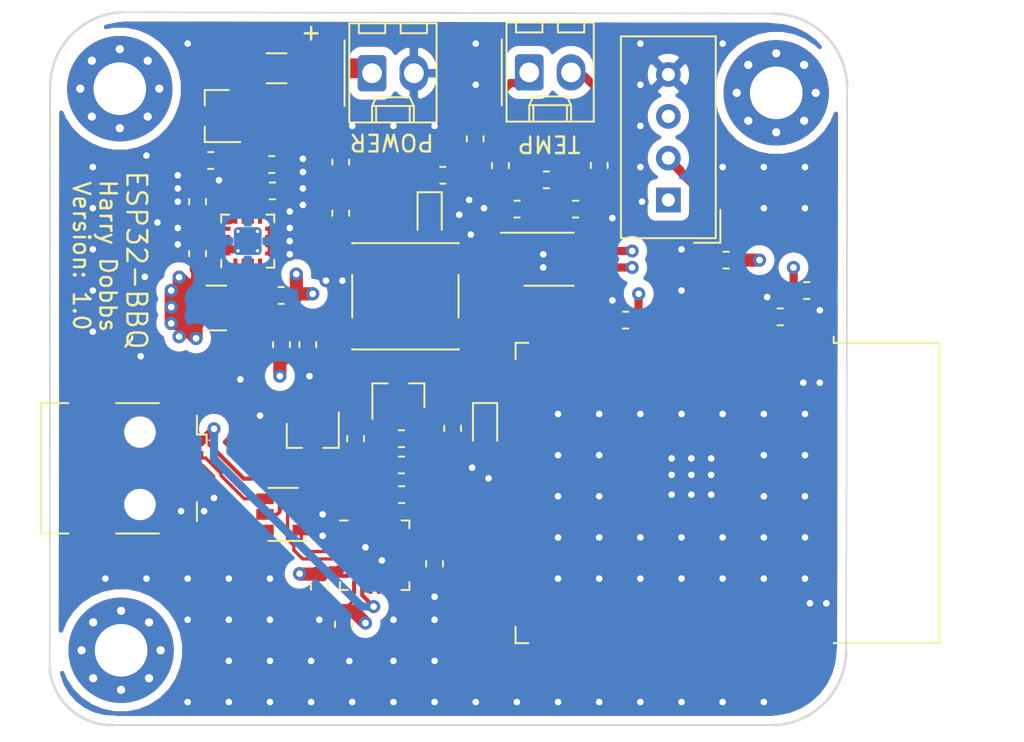
<source format=kicad_pcb>
(kicad_pcb (version 20171130) (host pcbnew 5.1.5+dfsg1-2build2)
  (layers (0 F.Cu signal) (1 In1.Cu power) (2 In2.Cu power) (31 B.Cu signal) (34 B.Paste user) (35 F.Paste user) (36 B.SilkS user) (37 F.SilkS user) (38 B.Mask user) (39 F.Mask user) (44 Edge.Cuts user))
  (net 0 "")
  (net 1 GND)
  (net 2 RESET)
  (net 3 +3V3)
  (net 4 "Net-(C5-Pad1)")
  (net 5 "Net-(C7-Pad1)")
  (net 6 /Thermocouple_INPUT_FILTERED+)
  (net 7 /Thermocouple_INPUT_FILTERED-)
  (net 8 "Net-(D1-Pad1)")
  (net 9 "Net-(D2-Pad1)")
  (net 10 "Net-(F1-Pad2)")
  (net 11 "Net-(J2-Pad4)")
  (net 12 USB_D+)
  (net 13 USB_D-)
  (net 14 +5V)
  (net 15 "Net-(J2-Pad6)")
  (net 16 "Net-(J3-Pad2)")
  (net 17 "Net-(J3-Pad1)")
  (net 18 "Net-(L1-Pad1)")
  (net 19 GPIO0)
  (net 20 DTR)
  (net 21 "Net-(Q2-Pad1)")
  (net 22 RTS)
  (net 23 "Net-(Q3-Pad1)")
  (net 24 "Net-(R6-Pad1)")
  (net 25 TEMP_HUMID_SEN)
  (net 26 "Net-(U1-Pad36)")
  (net 27 "Net-(U1-Pad32)")
  (net 28 "Net-(U1-Pad31)")
  (net 29 "Net-(U1-Pad30)")
  (net 30 "Net-(U1-Pad29)")
  (net 31 "Net-(U1-Pad24)")
  (net 32 "Net-(U1-Pad23)")
  (net 33 "Net-(U1-Pad22)")
  (net 34 "Net-(U1-Pad21)")
  (net 35 "Net-(U1-Pad20)")
  (net 36 "Net-(U1-Pad19)")
  (net 37 "Net-(U1-Pad18)")
  (net 38 "Net-(U1-Pad17)")
  (net 39 "Net-(U1-Pad10)")
  (net 40 "Net-(U1-Pad9)")
  (net 41 "Net-(U1-Pad8)")
  (net 42 THERMOCOUPLE)
  (net 43 "Net-(U1-Pad5)")
  (net 44 "Net-(U1-Pad4)")
  (net 45 "Net-(U3-Pad24)")
  (net 46 "Net-(U3-Pad22)")
  (net 47 "Net-(U3-Pad18)")
  (net 48 "Net-(U3-Pad17)")
  (net 49 "Net-(U3-Pad15)")
  (net 50 "Net-(U3-Pad14)")
  (net 51 "Net-(U3-Pad13)")
  (net 52 "Net-(U3-Pad12)")
  (net 53 "Net-(U3-Pad11)")
  (net 54 "Net-(U3-Pad10)")
  (net 55 "Net-(U3-Pad9)")
  (net 56 D-)
  (net 57 D+)
  (net 58 "Net-(U3-Pad1)")
  (net 59 "Net-(U5-Pad4)")
  (net 60 "Net-(U6-Pad3)")
  (net 61 "Net-(U1-Pad28)")
  (net 62 "Net-(U1-Pad27)")
  (net 63 "Net-(U1-Pad7)")
  (net 64 "Net-(F1-Pad1)")
  (net 65 "Net-(Q1-Pad1)")
  (net 66 "Net-(U1-Pad37)")
  (net 67 "Net-(U1-Pad33)")
  (net 68 "Net-(U1-Pad26)")
  (net 69 RX_CP+)
  (net 70 TX_CP-)
  (net 71 /DIFF+)
  (net 72 /DIFF-)
  (net 73 /BATT)
  (net 74 BATT_LEVEL)
  (net 75 "Net-(U1-Pad13)")
  (net 76 LED1)
  (net 77 LED2)
  (module MountingHole:MountingHole_3.2mm_M3_Pad_Via (layer F.Cu) (at 150.956944 96.854944)
    (fp_text reference H1 hide)
    (fp_text value BL)
    (pad 1 thru_hole circle (at 1.697056 -1.697056) (size 0.8 0.8) (drill 0.5) (layers *.Cu *.Mask))
    (pad 1 thru_hole circle (at 0 -2.4) (size 0.8 0.8) (drill 0.5) (layers *.Cu *.Mask))
    (pad 1 thru_hole circle (at -1.697056 -1.697056) (size 0.8 0.8) (drill 0.5) (layers *.Cu *.Mask))
    (pad 1 thru_hole circle (at -2.4 0) (size 0.8 0.8) (drill 0.5) (layers *.Cu *.Mask))
    (pad 1 thru_hole circle (at -1.697056 1.697056) (size 0.8 0.8) (drill 0.5) (layers *.Cu *.Mask))
    (pad 1 thru_hole circle (at 0 2.4) (size 0.8 0.8) (drill 0.5) (layers *.Cu *.Mask))
    (pad 1 thru_hole circle (at 1.697056 1.697056) (size 0.8 0.8) (drill 0.5) (layers *.Cu *.Mask))
    (pad 1 thru_hole circle (at 2.4 0) (size 0.8 0.8) (drill 0.5) (layers *.Cu *.Mask))
    (pad 1 thru_hole circle (at 0 0) (size 6.4 6.4) (drill 3.2) (layers *.Cu *.Mask))
  )
  (module MountingHole:MountingHole_3.2mm_M3_Pad_Via (layer F.Cu) (at 150.876 62.738)
    (fp_text reference H2 hide)
    (fp_text value TL)
    (pad 1 thru_hole circle (at 1.697056 -1.697056) (size 0.8 0.8) (drill 0.5) (layers *.Cu *.Mask))
    (pad 1 thru_hole circle (at 0 -2.4) (size 0.8 0.8) (drill 0.5) (layers *.Cu *.Mask))
    (pad 1 thru_hole circle (at -1.697056 -1.697056) (size 0.8 0.8) (drill 0.5) (layers *.Cu *.Mask))
    (pad 1 thru_hole circle (at -2.4 0) (size 0.8 0.8) (drill 0.5) (layers *.Cu *.Mask))
    (pad 1 thru_hole circle (at -1.697056 1.697056) (size 0.8 0.8) (drill 0.5) (layers *.Cu *.Mask))
    (pad 1 thru_hole circle (at 0 2.4) (size 0.8 0.8) (drill 0.5) (layers *.Cu *.Mask))
    (pad 1 thru_hole circle (at 1.697056 1.697056) (size 0.8 0.8) (drill 0.5) (layers *.Cu *.Mask))
    (pad 1 thru_hole circle (at 2.4 0) (size 0.8 0.8) (drill 0.5) (layers *.Cu *.Mask))
    (pad 1 thru_hole circle (at 0 0) (size 6.4 6.4) (drill 3.2) (layers *.Cu *.Mask))
  )
  (module RF_Module:ESP32-WROOM-32 (layer F.Cu) (at 184.8 87.3 270)
    (fp_text reference U1 hide)
    (fp_text value ESP32-WROOM-32D)
    (pad 38 smd rect (at 8.5 -8.255 270) (size 2 0.9) (layers F.Cu F.Paste F.Mask) (net 1 GND))
    (pad 37 smd rect (at 8.5 -6.985 270) (size 2 0.9) (layers F.Cu F.Paste F.Mask) (net 66 "Net-(U1-Pad37)"))
    (pad 36 smd rect (at 8.5 -5.715 270) (size 2 0.9) (layers F.Cu F.Paste F.Mask) (net 26 "Net-(U1-Pad36)"))
    (pad 35 smd rect (at 8.5 -4.445 270) (size 2 0.9) (layers F.Cu F.Paste F.Mask) (net 71 /DIFF+))
    (pad 34 smd rect (at 8.5 -3.175 270) (size 2 0.9) (layers F.Cu F.Paste F.Mask) (net 72 /DIFF-))
    (pad 33 smd rect (at 8.5 -1.905 270) (size 2 0.9) (layers F.Cu F.Paste F.Mask) (net 67 "Net-(U1-Pad33)"))
    (pad 32 smd rect (at 8.5 -0.635 270) (size 2 0.9) (layers F.Cu F.Paste F.Mask) (net 27 "Net-(U1-Pad32)"))
    (pad 31 smd rect (at 8.5 0.635 270) (size 2 0.9) (layers F.Cu F.Paste F.Mask) (net 28 "Net-(U1-Pad31)"))
    (pad 30 smd rect (at 8.5 1.905 270) (size 2 0.9) (layers F.Cu F.Paste F.Mask) (net 29 "Net-(U1-Pad30)"))
    (pad 29 smd rect (at 8.5 3.175 270) (size 2 0.9) (layers F.Cu F.Paste F.Mask) (net 30 "Net-(U1-Pad29)"))
    (pad 28 smd rect (at 8.5 4.445 270) (size 2 0.9) (layers F.Cu F.Paste F.Mask) (net 61 "Net-(U1-Pad28)"))
    (pad 27 smd rect (at 8.5 5.715 270) (size 2 0.9) (layers F.Cu F.Paste F.Mask) (net 62 "Net-(U1-Pad27)"))
    (pad 26 smd rect (at 8.5 6.985 270) (size 2 0.9) (layers F.Cu F.Paste F.Mask) (net 68 "Net-(U1-Pad26)"))
    (pad 25 smd rect (at 8.5 8.255 270) (size 2 0.9) (layers F.Cu F.Paste F.Mask) (net 19 GPIO0))
    (pad 24 smd rect (at 5.715 9.255) (size 2 0.9) (layers F.Cu F.Paste F.Mask) (net 31 "Net-(U1-Pad24)"))
    (pad 23 smd rect (at 4.445 9.255) (size 2 0.9) (layers F.Cu F.Paste F.Mask) (net 32 "Net-(U1-Pad23)"))
    (pad 22 smd rect (at 3.175 9.255) (size 2 0.9) (layers F.Cu F.Paste F.Mask) (net 33 "Net-(U1-Pad22)"))
    (pad 21 smd rect (at 1.905 9.255) (size 2 0.9) (layers F.Cu F.Paste F.Mask) (net 34 "Net-(U1-Pad21)"))
    (pad 20 smd rect (at 0.635 9.255) (size 2 0.9) (layers F.Cu F.Paste F.Mask) (net 35 "Net-(U1-Pad20)"))
    (pad 19 smd rect (at -0.635 9.255) (size 2 0.9) (layers F.Cu F.Paste F.Mask) (net 36 "Net-(U1-Pad19)"))
    (pad 18 smd rect (at -1.905 9.255) (size 2 0.9) (layers F.Cu F.Paste F.Mask) (net 37 "Net-(U1-Pad18)"))
    (pad 17 smd rect (at -3.175 9.255) (size 2 0.9) (layers F.Cu F.Paste F.Mask) (net 38 "Net-(U1-Pad17)"))
    (pad 16 smd rect (at -4.445 9.255) (size 2 0.9) (layers F.Cu F.Paste F.Mask) (net 76 LED1))
    (pad 15 smd rect (at -5.715 9.255) (size 2 0.9) (layers F.Cu F.Paste F.Mask) (net 1 GND))
    (pad 14 smd rect (at -8.5 8.255 270) (size 2 0.9) (layers F.Cu F.Paste F.Mask) (net 74 BATT_LEVEL))
    (pad 13 smd rect (at -8.5 6.985 270) (size 2 0.9) (layers F.Cu F.Paste F.Mask) (net 75 "Net-(U1-Pad13)"))
    (pad 12 smd rect (at -8.5 5.715 270) (size 2 0.9) (layers F.Cu F.Paste F.Mask) (net 77 LED2))
    (pad 11 smd rect (at -8.5 4.445 270) (size 2 0.9) (layers F.Cu F.Paste F.Mask) (net 42 THERMOCOUPLE))
    (pad 10 smd rect (at -8.5 3.175 270) (size 2 0.9) (layers F.Cu F.Paste F.Mask) (net 39 "Net-(U1-Pad10)"))
    (pad 9 smd rect (at -8.5 1.905 270) (size 2 0.9) (layers F.Cu F.Paste F.Mask) (net 40 "Net-(U1-Pad9)"))
    (pad 8 smd rect (at -8.5 0.635 270) (size 2 0.9) (layers F.Cu F.Paste F.Mask) (net 41 "Net-(U1-Pad8)"))
    (pad 7 smd rect (at -8.5 -0.635 270) (size 2 0.9) (layers F.Cu F.Paste F.Mask) (net 63 "Net-(U1-Pad7)"))
    (pad 6 smd rect (at -8.5 -1.905 270) (size 2 0.9) (layers F.Cu F.Paste F.Mask) (net 25 TEMP_HUMID_SEN))
    (pad 5 smd rect (at -8.5 -3.175 270) (size 2 0.9) (layers F.Cu F.Paste F.Mask) (net 43 "Net-(U1-Pad5)"))
    (pad 4 smd rect (at -8.5 -4.445 270) (size 2 0.9) (layers F.Cu F.Paste F.Mask) (net 44 "Net-(U1-Pad4)"))
    (pad 3 smd rect (at -8.5 -5.715 270) (size 2 0.9) (layers F.Cu F.Paste F.Mask) (net 2 RESET))
    (pad 2 smd rect (at -8.5 -6.985 270) (size 2 0.9) (layers F.Cu F.Paste F.Mask) (net 3 +3V3))
    (pad 1 smd rect (at -8.5 -8.255 270) (size 2 0.9) (layers F.Cu F.Paste F.Mask) (net 1 GND))
    (pad 39 smd rect (at -1 -0.755 270) (size 5 5) (layers F.Cu F.Paste F.Mask) (net 1 GND))
  )
  (module Connector_Molex:Molex_KK-254_AE-6410-02A_1x02_P2.54mm_Vertical (layer F.Cu) (at 166.2 61.8)
    (fp_text reference J1 hide)
    (fp_text value Power)
    (pad 2 thru_hole oval (at 2.54 0) (size 1.74 2.2) (drill 1.2) (layers *.Cu *.Mask) (net 1 GND))
    (pad 1 thru_hole roundrect (at 0 0) (size 1.74 2.2) (drill 1.2) (layers *.Cu *.Mask) (roundrect_rratio 0.143678) (net 10 "Net-(F1-Pad2)"))
  )
  (module Resistor_SMD:R_0603_1608Metric (layer F.Cu) (at 164.3 70.3 270)
    (fp_text reference R15 hide)
    (fp_text value 27k)
    (pad 2 smd roundrect (at 0.7875 0 270) (size 0.875 0.95) (layers F.Cu F.Paste F.Mask) (net 1 GND))
    (pad 1 smd roundrect (at -0.7875 0 270) (size 0.875 0.95) (layers F.Cu F.Paste F.Mask) (net 74 BATT_LEVEL))
  )
  (module Resistor_SMD:R_0603_1608Metric (layer F.Cu) (at 164.3 67.2 270)
    (fp_text reference R14 hide)
    (fp_text value 82K)
    (pad 2 smd roundrect (at 0.7875 0 270) (size 0.875 0.95) (layers F.Cu F.Paste F.Mask) (net 74 BATT_LEVEL))
    (pad 1 smd roundrect (at -0.7875 0 270) (size 0.875 0.95) (layers F.Cu F.Paste F.Mask) (net 73 /BATT))
  )
  (module Resistor_SMD:R_0603_1608Metric (layer F.Cu) (at 170.5 68 180)
    (fp_text reference R4 hide)
    (fp_text value 220)
    (pad 2 smd roundrect (at 0.7875 0 180) (size 0.875 0.95) (layers F.Cu F.Paste F.Mask) (net 8 "Net-(D1-Pad1)"))
    (pad 1 smd roundrect (at -0.7875 0 180) (size 0.875 0.95) (layers F.Cu F.Paste F.Mask) (net 1 GND))
  )
  (module LED_SMD:LED_0603_1608Metric (layer F.Cu) (at 169.7 70.5125 270)
    (fp_text reference D1 hide)
    (fp_text value RED)
    (pad 2 smd roundrect (at 0.7875 0 270) (size 0.875 0.95) (layers F.Cu F.Paste F.Mask) (net 77 LED2))
    (pad 1 smd roundrect (at -0.7875 0 270) (size 0.875 0.95) (layers F.Cu F.Paste F.Mask) (net 8 "Net-(D1-Pad1)"))
  )
  (module MountingHole:MountingHole_3.2mm_M3_Pad_Via (layer F.Cu) (at 190.754 62.992 90)
    (fp_text reference H4 hide)
    (fp_text value TR)
    (pad 1 thru_hole circle (at 0 0 90) (size 6.4 6.4) (drill 3.2) (layers *.Cu *.Mask))
    (pad 1 thru_hole circle (at 2.4 0 90) (size 0.8 0.8) (drill 0.5) (layers *.Cu *.Mask))
    (pad 1 thru_hole circle (at 1.697056 1.697056 90) (size 0.8 0.8) (drill 0.5) (layers *.Cu *.Mask))
    (pad 1 thru_hole circle (at 0 2.4 90) (size 0.8 0.8) (drill 0.5) (layers *.Cu *.Mask))
    (pad 1 thru_hole circle (at -1.697056 1.697056 90) (size 0.8 0.8) (drill 0.5) (layers *.Cu *.Mask))
    (pad 1 thru_hole circle (at -2.4 0 90) (size 0.8 0.8) (drill 0.5) (layers *.Cu *.Mask))
    (pad 1 thru_hole circle (at -1.697056 -1.697056 90) (size 0.8 0.8) (drill 0.5) (layers *.Cu *.Mask))
    (pad 1 thru_hole circle (at 0 -2.4 90) (size 0.8 0.8) (drill 0.5) (layers *.Cu *.Mask))
    (pad 1 thru_hole circle (at 1.697056 -1.697056 90) (size 0.8 0.8) (drill 0.5) (layers *.Cu *.Mask))
  )
  (module Resistor_SMD:R_0603_1608Metric (layer F.Cu) (at 156.4 67.1 180)
    (fp_text reference R13 hide)
    (fp_text value 100)
    (pad 2 smd roundrect (at 0.7875 0 180) (size 0.875 0.95) (layers F.Cu F.Paste F.Mask) (net 65 "Net-(Q1-Pad1)"))
    (pad 1 smd roundrect (at -0.7875 0 180) (size 0.875 0.95) (layers F.Cu F.Paste F.Mask) (net 1 GND))
  )
  (module Sensor:Aosong_DHT11_5.5x12.0_P2.54mm (layer F.Cu) (at 184.2 69.5 180)
    (fp_text reference U6 hide)
    (fp_text value DHT11)
    (pad 4 thru_hole circle (at 0 7.62 180) (size 1.5 1.5) (drill 0.8) (layers *.Cu *.Mask) (net 1 GND))
    (pad 3 thru_hole circle (at 0 5.08 180) (size 1.5 1.5) (drill 0.8) (layers *.Cu *.Mask) (net 60 "Net-(U6-Pad3)"))
    (pad 2 thru_hole circle (at 0 2.54 180) (size 1.5 1.5) (drill 0.8) (layers *.Cu *.Mask) (net 25 TEMP_HUMID_SEN))
    (pad 1 thru_hole rect (at 0 0 180) (size 1.5 1.5) (drill 0.8) (layers *.Cu *.Mask) (net 3 +3V3))
  )
  (module Package_SO:MSOP-8_3x3mm_P0.65mm (layer F.Cu) (at 176.95 73.1)
    (fp_text reference U5 hide)
    (fp_text value AD8495)
    (pad 8 smd roundrect (at 2.1125 -0.975) (size 1.625 0.5) (layers F.Cu F.Paste F.Mask) (net 6 /Thermocouple_INPUT_FILTERED+))
    (pad 7 smd roundrect (at 2.1125 -0.325) (size 1.625 0.5) (layers F.Cu F.Paste F.Mask) (net 3 +3V3))
    (pad 6 smd roundrect (at 2.1125 0.325) (size 1.625 0.5) (layers F.Cu F.Paste F.Mask) (net 42 THERMOCOUPLE))
    (pad 5 smd roundrect (at 2.1125 0.975) (size 1.625 0.5) (layers F.Cu F.Paste F.Mask) (net 42 THERMOCOUPLE))
    (pad 4 smd roundrect (at -2.1125 0.975) (size 1.625 0.5) (layers F.Cu F.Paste F.Mask) (net 59 "Net-(U5-Pad4)"))
    (pad 3 smd roundrect (at -2.1125 0.325) (size 1.625 0.5) (layers F.Cu F.Paste F.Mask) (net 1 GND))
    (pad 2 smd roundrect (at -2.1125 -0.325) (size 1.625 0.5) (layers F.Cu F.Paste F.Mask) (net 1 GND))
    (pad 1 smd roundrect (at -2.1125 -0.975) (size 1.625 0.5) (layers F.Cu F.Paste F.Mask) (net 7 /Thermocouple_INPUT_FILTERED-))
  )
  (module Package_TO_SOT_SMD:SOT-23-6 (layer F.Cu) (at 160.8 88.6 180)
    (fp_text reference U4 hide)
    (fp_text value USBLC6-2SC6)
    (pad 5 smd rect (at 1.1 0 180) (size 1.06 0.65) (layers F.Cu F.Paste F.Mask) (net 14 +5V))
    (pad 6 smd rect (at 1.1 -0.95 180) (size 1.06 0.65) (layers F.Cu F.Paste F.Mask) (net 12 USB_D+))
    (pad 4 smd rect (at 1.1 0.95 180) (size 1.06 0.65) (layers F.Cu F.Paste F.Mask) (net 13 USB_D-))
    (pad 3 smd rect (at -1.1 0.95 180) (size 1.06 0.65) (layers F.Cu F.Paste F.Mask) (net 56 D-))
    (pad 2 smd rect (at -1.1 0 180) (size 1.06 0.65) (layers F.Cu F.Paste F.Mask) (net 1 GND))
    (pad 1 smd rect (at -1.1 -0.95 180) (size 1.06 0.65) (layers F.Cu F.Paste F.Mask) (net 57 D+))
  )
  (module Package_DFN_QFN:QFN-24-1EP_4x4mm_P0.5mm_EP2.6x2.6mm (layer F.Cu) (at 166.36 91.08)
    (fp_text reference U3 hide)
    (fp_text value CP2104)
    (pad 25 smd roundrect (at 0 0) (size 2.6 2.6) (layers F.Cu F.Mask) (roundrect_rratio 0.096154) (net 1 GND))
    (pad 1 smd roundrect (at -1.9375 -1.25) (size 0.825 0.25) (layers F.Cu F.Paste F.Mask) (net 58 "Net-(U3-Pad1)"))
    (pad 2 smd roundrect (at -1.9375 -0.75) (size 0.825 0.25) (layers F.Cu F.Paste F.Mask) (net 1 GND))
    (pad 3 smd roundrect (at -1.9375 -0.25) (size 0.825 0.25) (layers F.Cu F.Paste F.Mask) (net 57 D+))
    (pad 4 smd roundrect (at -1.9375 0.25) (size 0.825 0.25) (layers F.Cu F.Paste F.Mask) (net 56 D-))
    (pad 5 smd roundrect (at -1.9375 0.75) (size 0.825 0.25) (layers F.Cu F.Paste F.Mask) (net 3 +3V3))
    (pad 6 smd roundrect (at -1.9375 1.25) (size 0.825 0.25) (layers F.Cu F.Paste F.Mask) (net 3 +3V3))
    (pad 7 smd roundrect (at -1.25 1.9375) (size 0.25 0.825) (layers F.Cu F.Paste F.Mask) (net 3 +3V3))
    (pad 8 smd roundrect (at -0.75 1.9375) (size 0.25 0.825) (layers F.Cu F.Paste F.Mask) (net 14 +5V))
    (pad 9 smd roundrect (at -0.25 1.9375) (size 0.25 0.825) (layers F.Cu F.Paste F.Mask) (net 55 "Net-(U3-Pad9)"))
    (pad 10 smd roundrect (at 0.25 1.9375) (size 0.25 0.825) (layers F.Cu F.Paste F.Mask) (net 54 "Net-(U3-Pad10)"))
    (pad 11 smd roundrect (at 0.75 1.9375) (size 0.25 0.825) (layers F.Cu F.Paste F.Mask) (net 53 "Net-(U3-Pad11)"))
    (pad 12 smd roundrect (at 1.25 1.9375) (size 0.25 0.825) (layers F.Cu F.Paste F.Mask) (net 52 "Net-(U3-Pad12)"))
    (pad 13 smd roundrect (at 1.9375 1.25) (size 0.825 0.25) (layers F.Cu F.Paste F.Mask) (net 51 "Net-(U3-Pad13)"))
    (pad 14 smd roundrect (at 1.9375 0.75) (size 0.825 0.25) (layers F.Cu F.Paste F.Mask) (net 50 "Net-(U3-Pad14)"))
    (pad 15 smd roundrect (at 1.9375 0.25) (size 0.825 0.25) (layers F.Cu F.Paste F.Mask) (net 49 "Net-(U3-Pad15)"))
    (pad 16 smd roundrect (at 1.9375 -0.25) (size 0.825 0.25) (layers F.Cu F.Paste F.Mask) (net 5 "Net-(C7-Pad1)"))
    (pad 17 smd roundrect (at 1.9375 -0.75) (size 0.825 0.25) (layers F.Cu F.Paste F.Mask) (net 48 "Net-(U3-Pad17)"))
    (pad 18 smd roundrect (at 1.9375 -1.25) (size 0.825 0.25) (layers F.Cu F.Paste F.Mask) (net 47 "Net-(U3-Pad18)"))
    (pad 19 smd roundrect (at 1.25 -1.9375) (size 0.25 0.825) (layers F.Cu F.Paste F.Mask) (net 22 RTS))
    (pad 20 smd roundrect (at 0.75 -1.9375) (size 0.25 0.825) (layers F.Cu F.Paste F.Mask) (net 69 RX_CP+))
    (pad 21 smd roundrect (at 0.25 -1.9375) (size 0.25 0.825) (layers F.Cu F.Paste F.Mask) (net 70 TX_CP-))
    (pad 22 smd roundrect (at -0.25 -1.9375) (size 0.25 0.825) (layers F.Cu F.Paste F.Mask) (net 46 "Net-(U3-Pad22)"))
    (pad 23 smd roundrect (at -0.75 -1.9375) (size 0.25 0.825) (layers F.Cu F.Paste F.Mask) (net 20 DTR))
    (pad 24 smd roundrect (at -1.25 -1.9375) (size 0.25 0.825) (layers F.Cu F.Paste F.Mask) (net 45 "Net-(U3-Pad24)"))
  )
  (module Package_DFN_QFN:VQFN-16-1EP_3x3mm_P0.5mm_EP1.68x1.68mm_ThermalVias (layer F.Cu) (at 158.65 71.998 90)
    (fp_text reference U2 hide)
    (fp_text value TPS62132)
    (pad 17 smd roundrect (at 0 0 90) (size 1.68 1.68) (layers F.Cu F.Mask) (roundrect_rratio 0.14881) (net 1 GND))
    (pad 17 thru_hole circle (at -0.59 -0.59 90) (size 0.5 0.5) (drill 0.2) (layers *.Cu) (net 1 GND))
    (pad 17 thru_hole circle (at 0.59 -0.59 90) (size 0.5 0.5) (drill 0.2) (layers *.Cu) (net 1 GND))
    (pad 17 thru_hole circle (at -0.59 0.59 90) (size 0.5 0.5) (drill 0.2) (layers *.Cu) (net 1 GND))
    (pad 17 thru_hole circle (at 0.59 0.59 90) (size 0.5 0.5) (drill 0.2) (layers *.Cu) (net 1 GND))
    (pad 17 smd roundrect (at 0 0 90) (size 1.68 1.68) (layers B.Cu) (roundrect_rratio 0.14881) (net 1 GND))
    (pad 1 smd roundrect (at -1.4625 -0.75 90) (size 0.825 0.25) (layers F.Cu F.Paste F.Mask) (net 18 "Net-(L1-Pad1)"))
    (pad 2 smd roundrect (at -1.4625 -0.25 90) (size 0.825 0.25) (layers F.Cu F.Paste F.Mask) (net 18 "Net-(L1-Pad1)"))
    (pad 3 smd roundrect (at -1.4625 0.25 90) (size 0.825 0.25) (layers F.Cu F.Paste F.Mask) (net 18 "Net-(L1-Pad1)"))
    (pad 4 smd roundrect (at -1.4625 0.75 90) (size 0.825 0.25) (layers F.Cu F.Paste F.Mask) (net 24 "Net-(R6-Pad1)"))
    (pad 5 smd roundrect (at -0.75 1.4625 90) (size 0.25 0.825) (layers F.Cu F.Paste F.Mask) (net 1 GND))
    (pad 6 smd roundrect (at -0.25 1.4625 90) (size 0.25 0.825) (layers F.Cu F.Paste F.Mask) (net 1 GND))
    (pad 7 smd roundrect (at 0.25 1.4625 90) (size 0.25 0.825) (layers F.Cu F.Paste F.Mask) (net 1 GND))
    (pad 8 smd roundrect (at 0.75 1.4625 90) (size 0.25 0.825) (layers F.Cu F.Paste F.Mask) (net 1 GND))
    (pad 9 smd roundrect (at 1.4625 0.75 90) (size 0.825 0.25) (layers F.Cu F.Paste F.Mask) (net 4 "Net-(C5-Pad1)"))
    (pad 10 smd roundrect (at 1.4625 0.25 90) (size 0.825 0.25) (layers F.Cu F.Paste F.Mask) (net 73 /BATT))
    (pad 11 smd roundrect (at 1.4625 -0.25 90) (size 0.825 0.25) (layers F.Cu F.Paste F.Mask) (net 73 /BATT))
    (pad 12 smd roundrect (at 1.4625 -0.75 90) (size 0.825 0.25) (layers F.Cu F.Paste F.Mask) (net 73 /BATT))
    (pad 13 smd roundrect (at 0.75 -1.4625 90) (size 0.25 0.825) (layers F.Cu F.Paste F.Mask) (net 73 /BATT))
    (pad 14 smd roundrect (at 0.25 -1.4625 90) (size 0.25 0.825) (layers F.Cu F.Paste F.Mask) (net 3 +3V3))
    (pad 15 smd roundrect (at -0.25 -1.4625 90) (size 0.25 0.825) (layers F.Cu F.Paste F.Mask) (net 1 GND))
    (pad 16 smd roundrect (at -0.75 -1.4625 90) (size 0.25 0.825) (layers F.Cu F.Paste F.Mask) (net 1 GND))
  )
  (module Button_Switch_SMD:SW_Push_1P1T_NO_6x6mm_H9.5mm (layer F.Cu) (at 168.225 75.35 180)
    (fp_text reference SW1 hide)
    (fp_text value SW_Push)
    (pad 2 smd rect (at 3.975 2.25 180) (size 1.55 1.3) (layers F.Cu F.Paste F.Mask) (net 1 GND))
    (pad 1 smd rect (at 3.975 -2.25 180) (size 1.55 1.3) (layers F.Cu F.Paste F.Mask) (net 2 RESET))
    (pad 1 smd rect (at -3.975 -2.25 180) (size 1.55 1.3) (layers F.Cu F.Paste F.Mask) (net 2 RESET))
    (pad 2 smd rect (at -3.975 2.25 180) (size 1.55 1.3) (layers F.Cu F.Paste F.Mask) (net 1 GND))
  )
  (module Resistor_SMD:R_0603_1608Metric (layer F.Cu) (at 187.706 73.152 180)
    (fp_text reference R12 hide)
    (fp_text value 10k)
    (pad 2 smd roundrect (at 0.7875 0 180) (size 0.875 0.95) (layers F.Cu F.Paste F.Mask) (net 25 TEMP_HUMID_SEN))
    (pad 1 smd roundrect (at -0.7875 0 180) (size 0.875 0.95) (layers F.Cu F.Paste F.Mask) (net 3 +3V3))
  )
  (module Resistor_SMD:R_0603_1608Metric (layer F.Cu) (at 174 67.4125 270)
    (fp_text reference R11 hide)
    (fp_text value 1M)
    (pad 2 smd roundrect (at 0.7875 0 270) (size 0.875 0.95) (layers F.Cu F.Paste F.Mask) (net 7 /Thermocouple_INPUT_FILTERED-))
    (pad 1 smd roundrect (at -0.7875 0 270) (size 0.875 0.95) (layers F.Cu F.Paste F.Mask) (net 17 "Net-(J3-Pad1)"))
  )
  (module Resistor_SMD:R_0603_1608Metric (layer F.Cu) (at 180 67.4 270)
    (fp_text reference R10 hide)
    (fp_text value 1M)
    (pad 2 smd roundrect (at 0.7875 0 270) (size 0.875 0.95) (layers F.Cu F.Paste F.Mask) (net 6 /Thermocouple_INPUT_FILTERED+))
    (pad 1 smd roundrect (at -0.7875 0 270) (size 0.875 0.95) (layers F.Cu F.Paste F.Mask) (net 16 "Net-(J3-Pad2)"))
  )
  (module Resistor_SMD:R_0603_1608Metric (layer F.Cu) (at 172.466 65.786 270)
    (fp_text reference R9 hide)
    (fp_text value 1M)
    (pad 2 smd roundrect (at 0.7875 0 270) (size 0.875 0.95) (layers F.Cu F.Paste F.Mask) (net 17 "Net-(J3-Pad1)"))
    (pad 1 smd roundrect (at -0.7875 0 270) (size 0.875 0.95) (layers F.Cu F.Paste F.Mask) (net 1 GND))
  )
  (module Resistor_SMD:R_0603_1608Metric (layer F.Cu) (at 165.2 84 270)
    (fp_text reference R8 hide)
    (fp_text value 10k)
    (pad 2 smd roundrect (at 0.7875 0 270) (size 0.875 0.95) (layers F.Cu F.Paste F.Mask) (net 20 DTR))
    (pad 1 smd roundrect (at -0.7875 0 270) (size 0.875 0.95) (layers F.Cu F.Paste F.Mask) (net 23 "Net-(Q3-Pad1)"))
  )
  (module Resistor_SMD:R_0603_1608Metric (layer F.Cu) (at 167.9875 84)
    (fp_text reference R7 hide)
    (fp_text value 10k hide)
    (pad 2 smd roundrect (at 0.7875 0) (size 0.875 0.95) (layers F.Cu F.Paste F.Mask) (net 22 RTS))
    (pad 1 smd roundrect (at -0.7875 0) (size 0.875 0.95) (layers F.Cu F.Paste F.Mask) (net 21 "Net-(Q2-Pad1)"))
  )
  (module Resistor_SMD:R_0603_1608Metric (layer F.Cu) (at 160.682 75.3)
    (fp_text reference R6 hide)
    (fp_text value 100k)
    (pad 2 smd roundrect (at 0.7875 0) (size 0.875 0.95) (layers F.Cu F.Paste F.Mask) (net 3 +3V3))
    (pad 1 smd roundrect (at -0.7875 0) (size 0.875 0.95) (layers F.Cu F.Paste F.Mask) (net 24 "Net-(R6-Pad1)"))
  )
  (module Resistor_SMD:R_0603_1608Metric (layer F.Cu) (at 171.096 83.37 90)
    (fp_text reference R5 hide)
    (fp_text value 220)
    (pad 2 smd roundrect (at 0.7875 0 90) (size 0.875 0.95) (layers F.Cu F.Paste F.Mask) (net 9 "Net-(D2-Pad1)"))
    (pad 1 smd roundrect (at -0.7875 0 90) (size 0.875 0.95) (layers F.Cu F.Paste F.Mask) (net 1 GND))
  )
  (module Resistor_SMD:R_0603_1608Metric (layer F.Cu) (at 167.9875 85.6)
    (fp_text reference R3 hide)
    (fp_text value 470)
    (pad 2 smd roundrect (at 0.7875 0) (size 0.875 0.95) (layers F.Cu F.Paste F.Mask) (net 72 /DIFF-))
    (pad 1 smd roundrect (at -0.7875 0) (size 0.875 0.95) (layers F.Cu F.Paste F.Mask) (net 70 TX_CP-))
  )
  (module Resistor_SMD:R_0603_1608Metric (layer F.Cu) (at 168 87.4)
    (fp_text reference R2 hide)
    (fp_text value 470)
    (pad 2 smd roundrect (at 0.7875 0) (size 0.875 0.95) (layers F.Cu F.Paste F.Mask) (net 71 /DIFF+))
    (pad 1 smd roundrect (at -0.7875 0) (size 0.875 0.95) (layers F.Cu F.Paste F.Mask) (net 69 RX_CP+))
  )
  (module Resistor_SMD:R_0603_1608Metric (layer F.Cu) (at 160.7 78.2875 270)
    (fp_text reference R1 hide)
    (fp_text value 10k)
    (pad 2 smd roundrect (at 0.7875 0 270) (size 0.875 0.95) (layers F.Cu F.Paste F.Mask) (net 3 +3V3))
    (pad 1 smd roundrect (at -0.7875 0 270) (size 0.875 0.95) (layers F.Cu F.Paste F.Mask) (net 2 RESET))
  )
  (module Package_TO_SOT_SMD:SOT-23 (layer F.Cu) (at 167.8 81.4 90)
    (fp_text reference Q3 hide)
    (fp_text value BC847)
    (pad 3 smd rect (at 1 0 90) (size 0.9 0.8) (layers F.Cu F.Paste F.Mask) (net 2 RESET))
    (pad 2 smd rect (at -1 0.95 90) (size 0.9 0.8) (layers F.Cu F.Paste F.Mask) (net 22 RTS))
    (pad 1 smd rect (at -1 -0.95 90) (size 0.9 0.8) (layers F.Cu F.Paste F.Mask) (net 23 "Net-(Q3-Pad1)"))
  )
  (module Package_TO_SOT_SMD:SOT-23 (layer F.Cu) (at 162.6 83.8 270)
    (fp_text reference Q2 hide)
    (fp_text value BC847)
    (pad 3 smd rect (at 1 0 270) (size 0.9 0.8) (layers F.Cu F.Paste F.Mask) (net 19 GPIO0))
    (pad 2 smd rect (at -1 0.95 270) (size 0.9 0.8) (layers F.Cu F.Paste F.Mask) (net 20 DTR))
    (pad 1 smd rect (at -1 -0.95 270) (size 0.9 0.8) (layers F.Cu F.Paste F.Mask) (net 21 "Net-(Q2-Pad1)"))
  )
  (module Package_TO_SOT_SMD:SOT-23 (layer F.Cu) (at 156.8 64.4 180)
    (fp_text reference Q1 hide)
    (fp_text value AO3401A)
    (pad 3 smd rect (at 1 0 180) (size 0.9 0.8) (layers F.Cu F.Paste F.Mask) (net 64 "Net-(F1-Pad1)"))
    (pad 2 smd rect (at -1 0.95 180) (size 0.9 0.8) (layers F.Cu F.Paste F.Mask) (net 73 /BATT))
    (pad 1 smd rect (at -1 -0.95 180) (size 0.9 0.8) (layers F.Cu F.Paste F.Mask) (net 65 "Net-(Q1-Pad1)"))
  )
  (module Inductor_SMD:L_1210_3225Metric (layer F.Cu) (at 156.742 76.062 180)
    (fp_text reference L1 hide)
    (fp_text value 2.2u)
    (pad 2 smd roundrect (at 1.4 0 180) (size 1.25 2.65) (layers F.Cu F.Paste F.Mask) (roundrect_rratio 0.2) (net 3 +3V3))
    (pad 1 smd roundrect (at -1.4 0 180) (size 1.25 2.65) (layers F.Cu F.Paste F.Mask) (roundrect_rratio 0.2) (net 18 "Net-(L1-Pad1)"))
  )
  (module Connector_Molex:Molex_KK-254_AE-6410-02A_1x02_P2.54mm_Vertical (layer F.Cu) (at 175.75 61.75)
    (fp_text reference J3 hide)
    (fp_text value Thermocouple)
    (pad 2 thru_hole oval (at 2.54 0) (size 1.74 2.2) (drill 1.2) (layers *.Cu *.Mask) (net 16 "Net-(J3-Pad2)"))
    (pad 1 thru_hole roundrect (at 0 0) (size 1.74 2.2) (drill 1.2) (layers *.Cu *.Mask) (roundrect_rratio 0.143678) (net 17 "Net-(J3-Pad1)"))
  )
  (module Connector_USB:USB_Mini-B_Wuerth_65100516121_Horizontal (layer F.Cu) (at 152.1 85.8 270)
    (fp_text reference J2 hide)
    (fp_text value USB_B_Mini)
    (pad 6 smd rect (at -4.4 2.9 270) (size 2 2.5) (layers F.Cu F.Paste F.Mask) (net 15 "Net-(J2-Pad6)"))
    (pad 6 smd rect (at 4.4 2.9 270) (size 2 2.5) (layers F.Cu F.Paste F.Mask) (net 15 "Net-(J2-Pad6)"))
    (pad 6 smd rect (at -4.4 -2.6 270) (size 2 2.5) (layers F.Cu F.Paste F.Mask) (net 15 "Net-(J2-Pad6)"))
    (pad 6 smd rect (at 4.4 -2.6 270) (size 2 2.5) (layers F.Cu F.Paste F.Mask) (net 15 "Net-(J2-Pad6)"))
    (pad 1 smd rect (at -1.6 -2.6 270) (size 0.5 2.5) (layers F.Cu F.Paste F.Mask) (net 14 +5V))
    (pad 2 smd rect (at -0.8 -2.6 270) (size 0.5 2.5) (layers F.Cu F.Paste F.Mask) (net 13 USB_D-))
    (pad 3 smd rect (at 0 -2.6 270) (size 0.5 2.5) (layers F.Cu F.Paste F.Mask) (net 12 USB_D+))
    (pad 4 smd rect (at 0.8 -2.6 270) (size 0.5 2.5) (layers F.Cu F.Paste F.Mask) (net 11 "Net-(J2-Pad4)"))
    (pad 5 smd rect (at 1.6 -2.6 270) (size 0.5 2.5) (layers F.Cu F.Paste F.Mask) (net 1 GND))
    (pad "" np_thru_hole circle (at -2.2 0 270) (size 0.9 0.9) (drill 0.9) (layers *.Cu *.Mask))
    (pad "" np_thru_hole circle (at 2.2 0 270) (size 0.9 0.9) (drill 0.9) (layers *.Cu *.Mask))
  )
  (module Fuse:Fuse_1206_3216Metric (layer F.Cu) (at 160.4 61.5)
    (fp_text reference F1 hide)
    (fp_text value 1A)
    (pad 1 smd roundrect (at -1.4 0) (size 1.25 1.75) (layers F.Cu F.Paste F.Mask) (roundrect_rratio 0.2) (net 64 "Net-(F1-Pad1)"))
    (pad 2 smd roundrect (at 1.4 0) (size 1.25 1.75) (layers F.Cu F.Paste F.Mask) (roundrect_rratio 0.2) (net 10 "Net-(F1-Pad2)"))
  )
  (module LED_SMD:LED_0603_1608Metric (layer F.Cu) (at 173.066 83.32 270)
    (fp_text reference D2 hide)
    (fp_text value RED)
    (pad 2 smd roundrect (at 0.7875 0 270) (size 0.875 0.95) (layers F.Cu F.Paste F.Mask) (net 76 LED1))
    (pad 1 smd roundrect (at -0.7875 0 270) (size 0.875 0.95) (layers F.Cu F.Paste F.Mask) (net 9 "Net-(D2-Pad1)"))
  )
  (module Capacitor_SMD:C_0402_1005Metric (layer F.Cu) (at 180.8 74.1 270)
    (fp_text reference C17 hide)
    (fp_text value 10u)
    (pad 2 smd roundrect (at 0.485 0 270) (size 0.59 0.64) (layers F.Cu F.Paste F.Mask) (net 1 GND))
    (pad 1 smd roundrect (at -0.485 0 270) (size 0.59 0.64) (layers F.Cu F.Paste F.Mask) (net 3 +3V3))
  )
  (module Capacitor_SMD:C_0402_1005Metric (layer F.Cu) (at 180.7 72.088 90)
    (fp_text reference C16 hide)
    (fp_text value 100n)
    (pad 2 smd roundrect (at 0.485 0 90) (size 0.59 0.64) (layers F.Cu F.Paste F.Mask) (net 1 GND))
    (pad 1 smd roundrect (at -0.485 0 90) (size 0.59 0.64) (layers F.Cu F.Paste F.Mask) (net 3 +3V3))
  )
  (module Capacitor_SMD:C_0603_1608Metric (layer F.Cu) (at 175.0095 70.056 180)
    (fp_text reference C15 hide)
    (fp_text value 10n)
    (pad 2 smd roundrect (at 0.7875 0 180) (size 0.875 0.95) (layers F.Cu F.Paste F.Mask) (net 1 GND))
    (pad 1 smd roundrect (at -0.7875 0 180) (size 0.875 0.95) (layers F.Cu F.Paste F.Mask) (net 7 /Thermocouple_INPUT_FILTERED-))
  )
  (module Capacitor_SMD:C_0603_1608Metric (layer F.Cu) (at 176.7875 68.278 180)
    (fp_text reference C14 hide)
    (fp_text value 100n)
    (pad 2 smd roundrect (at 0.7875 0 180) (size 0.875 0.95) (layers F.Cu F.Paste F.Mask) (net 7 /Thermocouple_INPUT_FILTERED-))
    (pad 1 smd roundrect (at -0.7875 0 180) (size 0.875 0.95) (layers F.Cu F.Paste F.Mask) (net 6 /Thermocouple_INPUT_FILTERED+))
  )
  (module Capacitor_SMD:C_0603_1608Metric (layer F.Cu) (at 178.5655 70.056 180)
    (fp_text reference C13 hide)
    (fp_text value 10n)
    (pad 2 smd roundrect (at 0.7875 0 180) (size 0.875 0.95) (layers F.Cu F.Paste F.Mask) (net 6 /Thermocouple_INPUT_FILTERED+))
    (pad 1 smd roundrect (at -0.7875 0 180) (size 0.875 0.95) (layers F.Cu F.Paste F.Mask) (net 1 GND))
  )
  (module Capacitor_SMD:C_0603_1608Metric (layer F.Cu) (at 181.6 76.8 180)
    (fp_text reference C12 hide)
    (fp_text value 100n)
    (pad 2 smd roundrect (at 0.7875 0 180) (size 0.875 0.95) (layers F.Cu F.Paste F.Mask) (net 1 GND))
    (pad 1 smd roundrect (at -0.7875 0 180) (size 0.875 0.95) (layers F.Cu F.Paste F.Mask) (net 3 +3V3))
  )
  (module Capacitor_SMD:C_0603_1608Metric (layer F.Cu) (at 163 93.0125 270)
    (fp_text reference C11 hide)
    (fp_text value 100n)
    (pad 2 smd roundrect (at 0.7875 0 270) (size 0.875 0.95) (layers F.Cu F.Paste F.Mask) (net 1 GND))
    (pad 1 smd roundrect (at -0.7875 0 270) (size 0.875 0.95) (layers F.Cu F.Paste F.Mask) (net 3 +3V3))
  )
  (module Capacitor_SMD:C_0603_1608Metric (layer F.Cu) (at 164.46 95.2725 270)
    (fp_text reference C10 hide)
    (fp_text value 100n)
    (pad 2 smd roundrect (at 0.7875 0 270) (size 0.875 0.95) (layers F.Cu F.Paste F.Mask) (net 1 GND))
    (pad 1 smd roundrect (at -0.7875 0 270) (size 0.875 0.95) (layers F.Cu F.Paste F.Mask) (net 3 +3V3))
  )
  (module Capacitor_SMD:C_0603_1608Metric (layer F.Cu) (at 155.602 72.76 90)
    (fp_text reference C8 hide)
    (fp_text value 22u)
    (pad 2 smd roundrect (at 0.7875 0 90) (size 0.875 0.95) (layers F.Cu F.Paste F.Mask) (net 1 GND))
    (pad 1 smd roundrect (at -0.7875 0 90) (size 0.875 0.95) (layers F.Cu F.Paste F.Mask) (net 3 +3V3))
  )
  (module Capacitor_SMD:C_0603_1608Metric (layer F.Cu) (at 170 91.6 270)
    (fp_text reference C7 hide)
    (fp_text value 4.7u)
    (pad 2 smd roundrect (at 0.7875 0 270) (size 0.875 0.95) (layers F.Cu F.Paste F.Mask) (net 1 GND))
    (pad 1 smd roundrect (at -0.7875 0 270) (size 0.875 0.95) (layers F.Cu F.Paste F.Mask) (net 5 "Net-(C7-Pad1)"))
  )
  (module Capacitor_SMD:C_0603_1608Metric (layer F.Cu) (at 192.6 75)
    (fp_text reference C6 hide)
    (fp_text value 10u)
    (pad 1 smd roundrect (at -0.7875 0) (size 0.875 0.95) (layers F.Cu F.Paste F.Mask) (net 3 +3V3))
    (pad 2 smd roundrect (at 0.7875 0) (size 0.875 0.95) (layers F.Cu F.Paste F.Mask) (net 1 GND))
  )
  (module Capacitor_SMD:C_0603_1608Metric (layer F.Cu) (at 160.1485 68.95)
    (fp_text reference C5 hide)
    (fp_text value 3.3nF)
    (pad 2 smd roundrect (at 0.7875 0) (size 0.875 0.95) (layers F.Cu F.Paste F.Mask) (net 1 GND))
    (pad 1 smd roundrect (at -0.7875 0) (size 0.875 0.95) (layers F.Cu F.Paste F.Mask) (net 4 "Net-(C5-Pad1)"))
  )
  (module Capacitor_SMD:C_0603_1608Metric (layer F.Cu) (at 191 76.6 180)
    (fp_text reference C4 hide)
    (fp_text value 100n)
    (pad 2 smd roundrect (at 0.7875 0 180) (size 0.875 0.95) (layers F.Cu F.Paste F.Mask) (net 1 GND))
    (pad 1 smd roundrect (at -0.7875 0 180) (size 0.875 0.95) (layers F.Cu F.Paste F.Mask) (net 3 +3V3))
  )
  (module Capacitor_SMD:C_0603_1608Metric (layer F.Cu) (at 162.3 78.2875 270)
    (fp_text reference C3 hide)
    (fp_text value 10u)
    (pad 2 smd roundrect (at 0.7875 0 270) (size 0.875 0.95) (layers F.Cu F.Paste F.Mask) (net 1 GND))
    (pad 1 smd roundrect (at -0.7875 0 270) (size 0.875 0.95) (layers F.Cu F.Paste F.Mask) (net 2 RESET))
  )
  (module Capacitor_SMD:C_0603_1608Metric (layer F.Cu) (at 155.602 69.6 90)
    (fp_text reference C2 hide)
    (fp_text value 0.1u)
    (pad 2 smd roundrect (at 0.7875 0 90) (size 0.875 0.95) (layers F.Cu F.Paste F.Mask) (net 1 GND))
    (pad 1 smd roundrect (at -0.7875 0 90) (size 0.875 0.95) (layers F.Cu F.Paste F.Mask) (net 73 /BATT))
  )
  (module Capacitor_SMD:C_0603_1608Metric (layer F.Cu) (at 160.1125 67.35)
    (fp_text reference C1 hide)
    (fp_text value 10u)
    (pad 2 smd roundrect (at 0.7875 0) (size 0.875 0.95) (layers F.Cu F.Paste F.Mask) (net 1 GND))
    (pad 1 smd roundrect (at -0.7875 0) (size 0.875 0.95) (layers F.Cu F.Paste F.Mask) (net 73 /BATT))
  )
  (gr_text "ESP32-BBQ\n" (at 151.892 73.152 270) (layer F.SilkS) (effects (font (size 1.2 1.2))))
  (gr_text "POWER\n" (at 167.4 66 180) (layer F.SilkS) (effects (font (size 1 1))))
  (gr_text + (at 162.5 59.3) (layer F.SilkS) (effects (font (size 1 1))))
  (gr_text "TEMP\n" (at 176.95 66.1 180) (layer F.SilkS) (effects (font (size 1 1))))
  (gr_arc (start 151.199999 62.649999) (end 151 58.1) (angle -87.5) (layer Edge.Cuts) (width 0.15))
  (gr_arc (start 190.516213 62.730729) (end 195.066212 62.53073) (angle -87.5) (layer Edge.Cuts) (width 0.15))
  (gr_arc (start 190.450001 96.850001) (end 190.65 101.4) (angle -87.5) (layer Edge.Cuts) (width 0.15))
  (gr_arc (start 150.413975 97.58087) (end 146.613871 97.98563) (angle -85.98009717) (layer Edge.Cuts) (width 0.15))
  (gr_text "Harry Dobbs\nVersion: 1.0" (at 149.352 72.898 270) (layer F.SilkS) (effects (font (size 1 1))))
  (gr_line (start 195.066212 62.53073) (end 195.004393 96.848661) (layer Edge.Cuts) (width 0.1))
  (gr_line (start 151 58.1) (end 190.514873 58.176337) (layer Edge.Cuts) (width 0.1))
  (gr_line (start 146.613871 97.98563) (end 146.645607 62.651339) (layer Edge.Cuts) (width 0.1))
  (gr_line (start 190.65 101.4) (end 150.551341 101.4) (layer Edge.Cuts) (width 0.1))
  (via (at 166.8 91.4) (size 0.8) (drill 0.4) (layers F.Cu B.Cu) (net 1))
  (via (at 165.8 90.6) (size 0.8) (drill 0.4) (layers F.Cu B.Cu) (net 1))
  (via (at 185.6 86.2) (size 0.8) (drill 0.4) (layers F.Cu B.Cu) (net 1))
  (via (at 185.6 85.2) (size 0.8) (drill 0.4) (layers F.Cu B.Cu) (net 1))
  (via (at 186.8 85.2) (size 0.8) (drill 0.4) (layers F.Cu B.Cu) (net 1))
  (via (at 186.8 86.2) (size 0.8) (drill 0.4) (layers F.Cu B.Cu) (net 1))
  (via (at 186.8 87.4) (size 0.8) (drill 0.4) (layers F.Cu B.Cu) (net 1))
  (via (at 185.6 87.4) (size 0.8) (drill 0.4) (layers F.Cu B.Cu) (net 1))
  (via (at 184.4 87.4) (size 0.8) (drill 0.4) (layers F.Cu B.Cu) (net 1))
  (via (at 184.4 86.2) (size 0.8) (drill 0.4) (layers F.Cu B.Cu) (net 1))
  (via (at 184.4 85.2) (size 0.8) (drill 0.4) (layers F.Cu B.Cu) (net 1))
  (via (at 192.4 80.6) (size 0.8) (drill 0.4) (layers F.Cu B.Cu) (net 1))
  (via (at 193.4 80.6) (size 0.8) (drill 0.4) (layers F.Cu B.Cu) (net 1))
  (via (at 190.2 75.4) (size 0.8) (drill 0.4) (layers F.Cu B.Cu) (net 1))
  (via (at 192.8 94) (size 0.8) (drill 0.4) (layers F.Cu B.Cu) (net 1))
  (via (at 193.8 94) (size 0.8) (drill 0.4) (layers F.Cu B.Cu) (net 1))
  (via (at 170 93.6) (size 0.8) (drill 0.4) (layers F.Cu B.Cu) (net 1))
  (via (at 163 95) (size 0.8) (drill 0.4) (layers F.Cu B.Cu) (net 1))
  (via (at 163.2 88.6) (size 0.8) (drill 0.4) (layers F.Cu B.Cu) (net 1))
  (via (at 156.6 87.6) (size 0.8) (drill 0.4) (layers F.Cu B.Cu) (net 1))
  (via (at 162.4 80.2) (size 0.8) (drill 0.4) (layers F.Cu B.Cu) (net 1))
  (via (at 164.4 74.4) (size 0.8) (drill 0.4) (layers F.Cu B.Cu) (net 1))
  (via (at 163.4 74.4) (size 0.8) (drill 0.4) (layers F.Cu B.Cu) (net 1))
  (via (at 172.2 71.6) (size 0.8) (drill 0.4) (layers F.Cu B.Cu) (net 1))
  (via (at 173 70) (size 0.8) (drill 0.4) (layers F.Cu B.Cu) (net 1))
  (via (at 171.5 70.4) (size 0.8) (drill 0.4) (layers F.Cu B.Cu) (net 1))
  (via (at 154.4 68.8) (size 0.8) (drill 0.4) (layers F.Cu B.Cu) (net 1))
  (via (at 154.4 69.6) (size 0.8) (drill 0.4) (layers F.Cu B.Cu) (net 1))
  (via (at 156.9 68.3) (size 0.8) (drill 0.4) (layers F.Cu B.Cu) (net 1))
  (via (at 162 67.8) (size 0.8) (drill 0.4) (layers F.Cu B.Cu) (net 1))
  (via (at 162 67) (size 0.8) (drill 0.4) (layers F.Cu B.Cu) (net 1))
  (via (at 162 68.8) (size 0.8) (drill 0.4) (layers F.Cu B.Cu) (net 1))
  (via (at 162 69.8) (size 0.8) (drill 0.4) (layers F.Cu B.Cu) (net 1))
  (via (at 161.2 70.2) (size 0.8) (drill 0.4) (layers F.Cu B.Cu) (net 1))
  (via (at 154.4 72.2) (size 0.8) (drill 0.4) (layers F.Cu B.Cu) (net 1))
  (via (at 180.8 70.6) (size 0.8) (drill 0.4) (layers F.Cu B.Cu) (net 1))
  (segment (start 193.055 79.945) (end 193.055 78.8) (width 0.8) (layer F.Cu) (net 1))
  (segment (start 193.4 80.6) (end 193 80.2) (width 0.8) (layer F.Cu) (net 1))
  (segment (start 193 80.2) (end 193.055 79.945) (width 0.8) (layer F.Cu) (net 1))
  (segment (start 192.4 80.6) (end 193 80.2) (width 0.8) (layer F.Cu) (net 1))
  (segment (start 193.4 75.0125) (end 193.3875 75) (width 0.8) (layer F.Cu) (net 1))
  (segment (start 193.4 76.2) (end 193.4 75.0125) (width 0.8) (layer F.Cu) (net 1))
  (segment (start 190.2 76.5875) (end 190.2125 76.6) (width 0.8) (layer F.Cu) (net 1))
  (segment (start 190.2 75.4) (end 190.2 76.5875) (width 0.8) (layer F.Cu) (net 1))
  (segment (start 193.055 94.745) (end 193.8 94) (width 0.8) (layer F.Cu) (net 1))
  (segment (start 193.055 95.8) (end 193.055 94.745) (width 0.8) (layer F.Cu) (net 1))
  (segment (start 193.055 94.255) (end 192.8 94) (width 0.8) (layer F.Cu) (net 1))
  (segment (start 193.055 95.8) (end 193.055 94.255) (width 0.8) (layer F.Cu) (net 1))
  (segment (start 170 93.6) (end 170 92.3875) (width 0.8) (layer F.Cu) (net 1))
  (segment (start 163 95) (end 163 93.8) (width 0.8) (layer F.Cu) (net 1))
  (via (at 163.2 89.9) (size 0.8) (drill 0.4) (layers F.Cu B.Cu) (net 1))
  (segment (start 163.33 90.33) (end 163.2 90.2) (width 0.2) (layer F.Cu) (net 1))
  (segment (start 164.4225 90.33) (end 163.33 90.33) (width 0.2) (layer F.Cu) (net 1))
  (segment (start 163.2 88.6) (end 161.9 88.6) (width 0.5) (layer F.Cu) (net 1))
  (segment (start 156.4 87.4) (end 156.6 87.6) (width 0.5) (layer F.Cu) (net 1))
  (segment (start 154.7 87.4) (end 156.4 87.4) (width 0.5) (layer F.Cu) (net 1))
  (via (at 156 88.4) (size 0.8) (drill 0.4) (layers F.Cu B.Cu) (net 1))
  (via (at 154.6 88.4) (size 0.8) (drill 0.4) (layers F.Cu B.Cu) (net 1))
  (segment (start 156.6 87.8) (end 156 88.4) (width 0.5) (layer F.Cu) (net 1))
  (segment (start 156.6 87.6) (end 156.6 87.8) (width 0.5) (layer F.Cu) (net 1))
  (segment (start 155.4 87.6) (end 154.6 88.4) (width 0.5) (layer F.Cu) (net 1))
  (segment (start 155.965685 87.8) (end 155.8 87.8) (width 0.5) (layer F.Cu) (net 1))
  (segment (start 156 87.834315) (end 155.965685 87.8) (width 0.5) (layer F.Cu) (net 1))
  (segment (start 156 88.4) (end 156 87.834315) (width 0.5) (layer F.Cu) (net 1))
  (segment (start 155.8 87.8) (end 155.4 87.6) (width 0.5) (layer F.Cu) (net 1))
  (segment (start 156.6 87.6) (end 155.8 87.8) (width 0.5) (layer F.Cu) (net 1))
  (segment (start 156 88.4) (end 155.6 88) (width 0.5) (layer F.Cu) (net 1))
  (segment (start 154.999999 88.000001) (end 154.6 88.4) (width 0.5) (layer F.Cu) (net 1))
  (segment (start 155.6 88) (end 154.999999 88.000001) (width 0.5) (layer F.Cu) (net 1))
  (segment (start 162.4 79.175) (end 162.3 79.075) (width 0.5) (layer F.Cu) (net 1))
  (segment (start 162.4 80.2) (end 162.4 79.175) (width 0.5) (layer F.Cu) (net 1))
  (segment (start 164.4 73.25) (end 164.25 73.1) (width 0.5) (layer F.Cu) (net 1))
  (segment (start 164.4 74.4) (end 164.4 73.25) (width 0.5) (layer F.Cu) (net 1))
  (segment (start 163.4 73.95) (end 164.25 73.1) (width 0.5) (layer F.Cu) (net 1))
  (segment (start 163.4 74.4) (end 163.4 73.95) (width 0.5) (layer F.Cu) (net 1))
  (segment (start 172.2 71.6) (end 172.2 73.1) (width 0.5) (layer F.Cu) (net 1))
  (segment (start 154.8295 71.2) (end 155.602 71.9725) (width 0.5) (layer F.Cu) (net 1))
  (segment (start 154.4 71.2) (end 154.8295 71.2) (width 0.5) (layer F.Cu) (net 1))
  (segment (start 155.3745 72.2) (end 155.602 71.9725) (width 0.5) (layer F.Cu) (net 1))
  (segment (start 154.4 72.2) (end 155.3745 72.2) (width 0.5) (layer F.Cu) (net 1))
  (segment (start 154.4 71.2) (end 155 71.8) (width 0.5) (layer F.Cu) (net 1))
  (segment (start 154.799999 71.800001) (end 154.4 72.2) (width 0.5) (layer F.Cu) (net 1))
  (segment (start 155 71.8) (end 154.799999 71.800001) (width 0.5) (layer F.Cu) (net 1))
  (segment (start 155.5895 68.8) (end 155.602 68.8125) (width 0.5) (layer F.Cu) (net 1))
  (segment (start 155.2 69) (end 155.5895 68.8) (width 0.5) (layer F.Cu) (net 1))
  (segment (start 157 67.2875) (end 157.1875 67.1) (width 0.5) (layer F.Cu) (net 1))
  (segment (start 157 68.2) (end 157 67.2875) (width 0.5) (layer F.Cu) (net 1))
  (segment (start 160.9 66.875) (end 160.9 67.35) (width 0.5) (layer F.Cu) (net 1))
  (segment (start 160.975 66.8) (end 160.9 66.875) (width 0.5) (layer F.Cu) (net 1))
  (segment (start 161 66.8) (end 160.975 66.8) (width 0.5) (layer F.Cu) (net 1))
  (segment (start 161.25 67) (end 160.9 67.35) (width 0.5) (layer F.Cu) (net 1))
  (segment (start 161.35 67.8) (end 160.9 67.35) (width 0.5) (layer F.Cu) (net 1))
  (segment (start 161.4 67.4) (end 161.6 67.2) (width 0.5) (layer F.Cu) (net 1))
  (segment (start 161.4 67.8) (end 161.4 67.4) (width 0.5) (layer F.Cu) (net 1))
  (segment (start 161.6 67.2) (end 161.25 67) (width 0.5) (layer F.Cu) (net 1))
  (segment (start 162 67) (end 161.6 67.2) (width 0.5) (layer F.Cu) (net 1))
  (segment (start 162 67.8) (end 161.4 67.8) (width 0.5) (layer F.Cu) (net 1))
  (segment (start 161.4 67.8) (end 161.35 67.8) (width 0.5) (layer F.Cu) (net 1))
  (segment (start 161.086 68.8) (end 160.936 68.95) (width 0.5) (layer F.Cu) (net 1))
  (segment (start 162 68.8) (end 161.086 68.8) (width 0.5) (layer F.Cu) (net 1))
  (segment (start 161.4 69.2) (end 162 69.8) (width 0.5) (layer F.Cu) (net 1))
  (segment (start 161.4 69.434315) (end 161.4 69.2) (width 0.5) (layer F.Cu) (net 1))
  (segment (start 161.2 69.634315) (end 161.4 69.434315) (width 0.5) (layer F.Cu) (net 1))
  (segment (start 161.2 70.2) (end 161.2 69.634315) (width 0.5) (layer F.Cu) (net 1))
  (via (at 176.6 72.8) (size 0.8) (drill 0.4) (layers F.Cu B.Cu) (net 1))
  (via (at 176.6 73.6) (size 0.8) (drill 0.4) (layers F.Cu B.Cu) (net 1))
  (segment (start 176.575 72.775) (end 176.6 72.8) (width 0.2) (layer F.Cu) (net 1))
  (segment (start 174.8375 72.775) (end 176.575 72.775) (width 0.2) (layer F.Cu) (net 1))
  (segment (start 176.175 73.175) (end 176.200001 73.200001) (width 0.2) (layer F.Cu) (net 1))
  (segment (start 176.200001 73.200001) (end 176.6 73.6) (width 0.2) (layer F.Cu) (net 1))
  (segment (start 175.0875 73.175) (end 176.175 73.175) (width 0.2) (layer F.Cu) (net 1))
  (segment (start 174.8375 73.425) (end 175.0875 73.175) (width 0.2) (layer F.Cu) (net 1))
  (segment (start 174.8375 73.1625) (end 174.8375 73.425) (width 0.2) (layer F.Cu) (net 1))
  (segment (start 175.2 72.8) (end 174.8375 73.1625) (width 0.2) (layer F.Cu) (net 1))
  (segment (start 176.6 72.8) (end 175.2 72.8) (width 0.2) (layer F.Cu) (net 1))
  (segment (start 180.826 70.626) (end 180.8 70.6) (width 0.8) (layer F.Cu) (net 1))
  (segment (start 180.826 71.603) (end 180.826 70.626) (width 0.8) (layer F.Cu) (net 1))
  (via (at 180.8 75.6) (size 0.8) (drill 0.4) (layers F.Cu B.Cu) (net 1))
  (segment (start 180.8 74.585) (end 180.8 75.6) (width 0.8) (layer F.Cu) (net 1))
  (segment (start 173.056 70.056) (end 173 70) (width 0.8) (layer F.Cu) (net 1))
  (segment (start 174.222 70.056) (end 173.056 70.056) (width 0.8) (layer F.Cu) (net 1))
  (segment (start 175.56 81.6) (end 175.545 81.585) (width 0.8) (layer F.Cu) (net 1))
  (segment (start 177.2 81.6) (end 175.56 81.6) (width 0.8) (layer F.Cu) (net 1))
  (segment (start 157.1875 72.8125) (end 157.1875 72.6125) (width 0.2) (layer F.Cu) (net 1))
  (segment (start 157.1875 72.6125) (end 157.1875 72.748) (width 0.2) (layer F.Cu) (net 1))
  (segment (start 157.3355 72.6) (end 157.1875 72.748) (width 0.2) (layer F.Cu) (net 1))
  (via (at 161.2 71.2) (size 0.8) (drill 0.4) (layers F.Cu B.Cu) (net 1))
  (via (at 161.2 72) (size 0.8) (drill 0.4) (layers F.Cu B.Cu) (net 1))
  (via (at 161.2 72.8) (size 0.8) (drill 0.4) (layers F.Cu B.Cu) (net 1))
  (segment (start 160.1125 71.623) (end 160.2 71.5355) (width 0.5) (layer F.Cu) (net 1))
  (segment (start 160.1125 71.748) (end 160.1125 71.623) (width 0.5) (layer F.Cu) (net 1))
  (segment (start 160.1125 71.448) (end 160.1125 71.248) (width 0.5) (layer F.Cu) (net 1))
  (segment (start 160.2 71.5355) (end 160.1125 71.448) (width 0.5) (layer F.Cu) (net 1))
  (segment (start 161.152 71.248) (end 161.2 71.2) (width 0.5) (layer F.Cu) (net 1))
  (segment (start 160.1125 71.248) (end 161.152 71.248) (width 0.5) (layer F.Cu) (net 1))
  (segment (start 160.948 71.748) (end 161.2 72) (width 0.5) (layer F.Cu) (net 1))
  (segment (start 160.1125 71.748) (end 160.948 71.748) (width 0.5) (layer F.Cu) (net 1))
  (segment (start 160.1125 71.748) (end 160.1125 72.5125) (width 0.5) (layer F.Cu) (net 1))
  (segment (start 160.1125 72.5125) (end 160.1125 72.748) (width 0.5) (layer F.Cu) (net 1))
  (segment (start 160.3605 72) (end 160.1125 72.248) (width 0.5) (layer F.Cu) (net 1))
  (segment (start 161.2 72) (end 160.3605 72) (width 0.5) (layer F.Cu) (net 1))
  (segment (start 161.148 72.748) (end 161.2 72.8) (width 0.5) (layer F.Cu) (net 1))
  (segment (start 160.1125 72.748) (end 161.148 72.748) (width 0.5) (layer F.Cu) (net 1))
  (segment (start 161.2 72.8) (end 160.8 72.4) (width 0.5) (layer F.Cu) (net 1))
  (segment (start 160.8 72.4) (end 161.2 72) (width 0.5) (layer F.Cu) (net 1))
  (segment (start 161.2 72) (end 160.625 72) (width 0.5) (layer F.Cu) (net 1))
  (segment (start 160.4 72.565685) (end 160.4 72.4) (width 0.5) (layer F.Cu) (net 1))
  (segment (start 160.634315 72.8) (end 160.4 72.565685) (width 0.5) (layer F.Cu) (net 1))
  (segment (start 161.2 72.8) (end 160.634315 72.8) (width 0.5) (layer F.Cu) (net 1))
  (segment (start 160.4 72.4) (end 160.1125 72.5125) (width 0.5) (layer F.Cu) (net 1))
  (segment (start 160.625 72) (end 160.4 72.4) (width 0.5) (layer F.Cu) (net 1))
  (segment (start 180.8125 75.6125) (end 180.8 75.6) (width 0.5) (layer F.Cu) (net 1))
  (segment (start 180.8125 76.8) (end 180.8125 75.6125) (width 0.5) (layer F.Cu) (net 1))
  (via (at 182.6 69.6) (size 0.8) (drill 0.4) (layers F.Cu B.Cu) (net 1))
  (via (at 172.1 69.5) (size 0.8) (drill 0.4) (layers F.Cu B.Cu) (net 1))
  (via (at 158.2 80.4) (size 0.8) (drill 0.4) (layers F.Cu B.Cu) (net 1))
  (via (at 159.4 82.6) (size 0.8) (drill 0.4) (layers F.Cu B.Cu) (net 1))
  (segment (start 158.148 72.5) (end 158.65 71.998) (width 0.5) (layer F.Cu) (net 1))
  (segment (start 157.3 72.5) (end 158.148 72.5) (width 0.5) (layer F.Cu) (net 1))
  (segment (start 157.1875 72.6125) (end 157.3 72.5) (width 0.2) (layer F.Cu) (net 1))
  (segment (start 157.3 72.5) (end 157.4 72.4) (width 0.2) (layer F.Cu) (net 1))
  (segment (start 157.3395 72.4) (end 157.4 72.4) (width 0.25) (layer F.Cu) (net 1))
  (segment (start 157.1875 72.248) (end 157.3395 72.4) (width 0.25) (layer F.Cu) (net 1))
  (segment (start 155 68.8) (end 155.2 69) (width 0.5) (layer F.Cu) (net 1))
  (segment (start 155 69) (end 155.2 69) (width 0.5) (layer F.Cu) (net 1))
  (segment (start 154.7895 68) (end 155.602 68.8125) (width 0.5) (layer F.Cu) (net 1))
  (segment (start 154.799999 68.399999) (end 154.799999 68.599999) (width 0.5) (layer F.Cu) (net 1))
  (segment (start 154.799999 68.599999) (end 155 68.8) (width 0.5) (layer F.Cu) (net 1))
  (segment (start 154.4 68) (end 154.799999 68.399999) (width 0.5) (layer F.Cu) (net 1))
  (segment (start 154.4 68) (end 154.7895 68) (width 0.5) (layer F.Cu) (net 1))
  (segment (start 154.4 68.8) (end 155 68.8) (width 0.5) (layer F.Cu) (net 1))
  (segment (start 154.4 69.6) (end 155 69) (width 0.5) (layer F.Cu) (net 1))
  (via (at 154.4 71.2) (size 0.8) (drill 0.4) (layers F.Cu B.Cu) (net 1))
  (via (at 154.4 68) (size 0.8) (drill 0.4) (layers F.Cu B.Cu) (net 1))
  (via (at 149.238 67.5) (size 0.8) (drill 0.4) (layers F.Cu B.Cu) (net 1))
  (via (at 152.5 66.802) (size 0.8) (drill 0.4) (layers F.Cu B.Cu) (net 1))
  (via (at 153.162 70.866) (size 0.8) (drill 0.4) (layers F.Cu B.Cu) (net 1))
  (via (at 149.238 70) (size 0.8) (drill 0.4) (layers F.Cu B.Cu) (net 1))
  (via (at 149.238 72.5) (size 0.8) (drill 0.4) (layers F.Cu B.Cu) (net 1))
  (via (at 152.4 74.168) (size 0.8) (drill 0.4) (layers F.Cu B.Cu) (net 1))
  (via (at 149.238 75) (size 0.8) (drill 0.4) (layers F.Cu B.Cu) (net 1))
  (via (at 149.238 77.5) (size 0.8) (drill 0.4) (layers F.Cu B.Cu) (net 1))
  (via (at 152.146 78.994) (size 0.8) (drill 0.4) (layers F.Cu B.Cu) (net 1))
  (via (at 164.82 97.51) (size 0.8) (drill 0.4) (layers F.Cu B.Cu) (net 1))
  (segment (start 165.6 96.8) (end 164.4 96.8) (width 0.5) (layer F.Cu) (net 1))
  (segment (start 164.26 96.16) (end 164.16 96.26) (width 0.5) (layer F.Cu) (net 1))
  (via (at 150 92.5) (size 0.8) (drill 0.4) (layers F.Cu B.Cu) (net 1))
  (via (at 152.5 92.5) (size 0.8) (drill 0.4) (layers F.Cu B.Cu) (net 1))
  (via (at 155 92.5) (size 0.8) (drill 0.4) (layers F.Cu B.Cu) (net 1))
  (via (at 157.5 92.5) (size 0.8) (drill 0.4) (layers F.Cu B.Cu) (net 1))
  (via (at 157.5 95) (size 0.8) (drill 0.4) (layers F.Cu B.Cu) (net 1))
  (via (at 155 95) (size 0.8) (drill 0.4) (layers F.Cu B.Cu) (net 1))
  (via (at 160 92.5) (size 0.8) (drill 0.4) (layers F.Cu B.Cu) (net 1))
  (via (at 160 95) (size 0.8) (drill 0.4) (layers F.Cu B.Cu) (net 1))
  (via (at 160 97.5) (size 0.8) (drill 0.4) (layers F.Cu B.Cu) (net 1))
  (via (at 157.5 97.5) (size 0.8) (drill 0.4) (layers F.Cu B.Cu) (net 1))
  (via (at 155 100) (size 0.8) (drill 0.4) (layers F.Cu B.Cu) (net 1))
  (via (at 157.5 100) (size 0.8) (drill 0.4) (layers F.Cu B.Cu) (net 1))
  (via (at 160 100) (size 0.8) (drill 0.4) (layers F.Cu B.Cu) (net 1))
  (via (at 162.5 100) (size 0.8) (drill 0.4) (layers F.Cu B.Cu) (net 1))
  (via (at 167.5 100) (size 0.8) (drill 0.4) (layers F.Cu B.Cu) (net 1))
  (via (at 165 100) (size 0.8) (drill 0.4) (layers F.Cu B.Cu) (net 1))
  (via (at 170 100) (size 0.8) (drill 0.4) (layers F.Cu B.Cu) (net 1))
  (via (at 172.5 100) (size 0.8) (drill 0.4) (layers F.Cu B.Cu) (net 1))
  (via (at 175 100) (size 0.8) (drill 0.4) (layers F.Cu B.Cu) (net 1))
  (via (at 177.5 100) (size 0.8) (drill 0.4) (layers F.Cu B.Cu) (net 1))
  (via (at 180 100) (size 0.8) (drill 0.4) (layers F.Cu B.Cu) (net 1))
  (via (at 182.5 100) (size 0.8) (drill 0.4) (layers F.Cu B.Cu) (net 1))
  (via (at 185 100) (size 0.8) (drill 0.4) (layers F.Cu B.Cu) (net 1))
  (via (at 187.5 100) (size 0.8) (drill 0.4) (layers F.Cu B.Cu) (net 1))
  (via (at 190 100) (size 0.8) (drill 0.4) (layers F.Cu B.Cu) (net 1))
  (via (at 162.5 97.5) (size 0.8) (drill 0.4) (layers F.Cu B.Cu) (net 1))
  (via (at 167.5 97.5) (size 0.8) (drill 0.4) (layers F.Cu B.Cu) (net 1))
  (via (at 170 97.5) (size 0.8) (drill 0.4) (layers F.Cu B.Cu) (net 1))
  (via (at 170 95) (size 0.8) (drill 0.4) (layers F.Cu B.Cu) (net 1))
  (via (at 167.5 95) (size 0.8) (drill 0.4) (layers F.Cu B.Cu) (net 1))
  (via (at 180 85) (size 0.8) (drill 0.4) (layers F.Cu B.Cu) (net 1))
  (via (at 180 87.5) (size 0.8) (drill 0.4) (layers F.Cu B.Cu) (net 1))
  (via (at 180 90) (size 0.8) (drill 0.4) (layers F.Cu B.Cu) (net 1))
  (via (at 180 92.5) (size 0.8) (drill 0.4) (layers F.Cu B.Cu) (net 1))
  (via (at 182.5 92.5) (size 0.8) (drill 0.4) (layers F.Cu B.Cu) (net 1))
  (via (at 185 92.5) (size 0.8) (drill 0.4) (layers F.Cu B.Cu) (net 1))
  (via (at 187.5 92.5) (size 0.8) (drill 0.4) (layers F.Cu B.Cu) (net 1))
  (via (at 190 92.5) (size 0.8) (drill 0.4) (layers F.Cu B.Cu) (net 1))
  (via (at 192.5 92.5) (size 0.8) (drill 0.4) (layers F.Cu B.Cu) (net 1))
  (via (at 192.5 87.5) (size 0.8) (drill 0.4) (layers F.Cu B.Cu) (net 1))
  (via (at 192.5 85) (size 0.8) (drill 0.4) (layers F.Cu B.Cu) (net 1))
  (via (at 192.5 82.5) (size 0.8) (drill 0.4) (layers F.Cu B.Cu) (net 1))
  (via (at 190 82.5) (size 0.8) (drill 0.4) (layers F.Cu B.Cu) (net 1))
  (via (at 187.5 82.5) (size 0.8) (drill 0.4) (layers F.Cu B.Cu) (net 1))
  (via (at 182.5 82.5) (size 0.8) (drill 0.4) (layers F.Cu B.Cu) (net 1))
  (via (at 185 82.5) (size 0.8) (drill 0.4) (layers F.Cu B.Cu) (net 1))
  (via (at 180 82.5) (size 0.8) (drill 0.4) (layers F.Cu B.Cu) (net 1))
  (via (at 192.5 90) (size 0.8) (drill 0.4) (layers F.Cu B.Cu) (net 1))
  (via (at 190 90) (size 0.8) (drill 0.4) (layers F.Cu B.Cu) (net 1))
  (via (at 187.5 90) (size 0.8) (drill 0.4) (layers F.Cu B.Cu) (net 1))
  (via (at 185 90) (size 0.8) (drill 0.4) (layers F.Cu B.Cu) (net 1))
  (via (at 182.5 90) (size 0.8) (drill 0.4) (layers F.Cu B.Cu) (net 1))
  (via (at 190 87.5) (size 0.8) (drill 0.4) (layers F.Cu B.Cu) (net 1))
  (via (at 190 85) (size 0.8) (drill 0.4) (layers F.Cu B.Cu) (net 1))
  (via (at 155 60) (size 0.8) (drill 0.4) (layers F.Cu B.Cu) (net 1))
  (via (at 172.5 60) (size 0.8) (drill 0.4) (layers F.Cu B.Cu) (net 1))
  (via (at 172.5 62.5) (size 0.8) (drill 0.4) (layers F.Cu B.Cu) (net 1))
  (via (at 170 65) (size 0.8) (drill 0.4) (layers F.Cu B.Cu) (net 1))
  (via (at 167.5 65) (size 0.8) (drill 0.4) (layers F.Cu B.Cu) (net 1))
  (via (at 165 65) (size 0.8) (drill 0.4) (layers F.Cu B.Cu) (net 1))
  (via (at 192.5 70) (size 0.8) (drill 0.4) (layers F.Cu B.Cu) (net 1))
  (via (at 192.5 67.5) (size 0.8) (drill 0.4) (layers F.Cu B.Cu) (net 1))
  (via (at 190 67.5) (size 0.8) (drill 0.4) (layers F.Cu B.Cu) (net 1))
  (via (at 187.5 67.5) (size 0.8) (drill 0.4) (layers F.Cu B.Cu) (net 1))
  (via (at 187.5 60) (size 0.8) (drill 0.4) (layers F.Cu B.Cu) (net 1))
  (via (at 182.5 60) (size 0.8) (drill 0.4) (layers F.Cu B.Cu) (net 1))
  (via (at 193.4 76.2) (size 0.8) (drill 0.4) (layers F.Cu B.Cu) (net 1))
  (via (at 182.5 62.5) (size 0.8) (drill 0.4) (layers F.Cu B.Cu) (net 1))
  (via (at 182.5 65) (size 0.8) (drill 0.4) (layers F.Cu B.Cu) (net 1))
  (via (at 182.5 67.5) (size 0.8) (drill 0.4) (layers F.Cu B.Cu) (net 1))
  (via (at 173.28 86.41) (size 0.8) (drill 0.4) (layers F.Cu B.Cu) (net 1))
  (via (at 172.28 85.76) (size 0.8) (drill 0.4) (layers F.Cu B.Cu) (net 1))
  (via (at 177.5 92.5) (size 0.8) (drill 0.4) (layers F.Cu B.Cu) (net 1))
  (via (at 177.5 90) (size 0.8) (drill 0.4) (layers F.Cu B.Cu) (net 1))
  (via (at 177.5 87.5) (size 0.8) (drill 0.4) (layers F.Cu B.Cu) (net 1))
  (via (at 177.5 85) (size 0.8) (drill 0.4) (layers F.Cu B.Cu) (net 1))
  (via (at 177.5 82.5) (size 0.8) (drill 0.4) (layers F.Cu B.Cu) (net 1))
  (via (at 185 72.5) (size 0.8) (drill 0.4) (layers F.Cu B.Cu) (net 1))
  (via (at 185 75) (size 0.8) (drill 0.4) (layers F.Cu B.Cu) (net 1))
  (via (at 190 70) (size 0.8) (drill 0.4) (layers F.Cu B.Cu) (net 1))
  (segment (start 179.1 80.9) (end 178.6 80.4) (width 0.5) (layer F.Cu) (net 2))
  (segment (start 178.6 80.4) (end 167.8 80.4) (width 0.5) (layer F.Cu) (net 2))
  (segment (start 189.915 80.9) (end 179.1 80.9) (width 0.5) (layer F.Cu) (net 2))
  (segment (start 190.515 80.3) (end 189.915 80.9) (width 0.5) (layer F.Cu) (net 2))
  (segment (start 190.515 78.8) (end 190.515 80.3) (width 0.5) (layer F.Cu) (net 2))
  (segment (start 164.25 77.6) (end 165.825 77.6) (width 0.8) (layer F.Cu) (net 2))
  (segment (start 172.2 77.6) (end 170.625 77.6) (width 0.8) (layer F.Cu) (net 2))
  (segment (start 164.15 77.5) (end 164.25 77.6) (width 0.8) (layer F.Cu) (net 2))
  (segment (start 160.7 77.5) (end 164.15 77.5) (width 0.8) (layer F.Cu) (net 2))
  (segment (start 165.825 77.6) (end 172.2 77.6) (width 0.8) (layer F.Cu) (net 2))
  (segment (start 164.25 79.05) (end 164.25 77.6) (width 0.8) (layer F.Cu) (net 2))
  (segment (start 164.35 79.15) (end 164.25 79.05) (width 0.8) (layer F.Cu) (net 2))
  (segment (start 167.8 79.15) (end 164.35 79.15) (width 0.8) (layer F.Cu) (net 2))
  (segment (start 167.8 80.4) (end 167.8 79.15) (width 0.8) (layer F.Cu) (net 2))
  (via (at 189.738 73.152) (size 0.8) (drill 0.4) (layers F.Cu B.Cu) (net 3))
  (via (at 182.4 75.2) (size 0.8) (drill 0.4) (layers F.Cu B.Cu) (net 3))
  (via (at 161.6 74) (size 0.8) (drill 0.4) (layers F.Cu B.Cu) (net 3))
  (via (at 165.8 95.2) (size 0.8) (drill 0.4) (layers F.Cu B.Cu) (net 3))
  (via (at 191.8 73.6) (size 0.8) (drill 0.4) (layers F.Cu B.Cu) (net 3))
  (via (at 182 72.6) (size 0.8) (drill 0.4) (layers F.Cu B.Cu) (net 3))
  (via (at 182 73.6) (size 0.8) (drill 0.4) (layers F.Cu B.Cu) (net 3))
  (via (at 160.6 80.2) (size 0.8) (drill 0.4) (layers F.Cu B.Cu) (net 3))
  (via (at 154 75) (size 0.8) (drill 0.4) (layers F.Cu B.Cu) (net 3))
  (via (at 154 76) (size 0.8) (drill 0.4) (layers F.Cu B.Cu) (net 3))
  (via (at 154 77) (size 0.8) (drill 0.4) (layers F.Cu B.Cu) (net 3))
  (via (at 162.6 75.2) (size 0.8) (drill 0.4) (layers F.Cu B.Cu) (net 3))
  (via (at 161.8 92.2) (size 0.8) (drill 0.4) (layers F.Cu B.Cu) (net 3))
  (segment (start 155.602 73.5475) (end 155.602 74.398) (width 0.8) (layer F.Cu) (net 3))
  (segment (start 155.342 74.658) (end 155.342 76.062) (width 0.8) (layer F.Cu) (net 3))
  (segment (start 155.602 74.398) (end 155.342 74.658) (width 0.8) (layer F.Cu) (net 3))
  (segment (start 156.775 71.748) (end 157.1875 71.748) (width 0.25) (layer F.Cu) (net 3))
  (segment (start 156.44999 72.024988) (end 156.726978 71.748) (width 0.25) (layer F.Cu) (net 3))
  (segment (start 156.44999 73.17451) (end 156.44999 72.024988) (width 0.25) (layer F.Cu) (net 3))
  (segment (start 156.077 73.5475) (end 156.44999 73.17451) (width 0.25) (layer F.Cu) (net 3))
  (segment (start 156.726978 71.748) (end 156.775 71.748) (width 0.25) (layer F.Cu) (net 3))
  (segment (start 155.602 73.5475) (end 156.077 73.5475) (width 0.25) (layer F.Cu) (net 3))
  (segment (start 164.3175 92.225) (end 164.4225 92.33) (width 0.25) (layer F.Cu) (net 3))
  (segment (start 163 92.225) (end 164.3175 92.225) (width 0.25) (layer F.Cu) (net 3))
  (segment (start 164.0275 92.225) (end 164.4225 91.83) (width 0.25) (layer F.Cu) (net 3))
  (segment (start 163 92.225) (end 164.0275 92.225) (width 0.25) (layer F.Cu) (net 3))
  (segment (start 163.475 92.225) (end 163.7 92) (width 0.5) (layer F.Cu) (net 3))
  (segment (start 163 92.225) (end 163.475 92.225) (width 0.5) (layer F.Cu) (net 3))
  (segment (start 163.7 92) (end 164.2525 92) (width 0.5) (layer F.Cu) (net 3))
  (segment (start 191.785 78.8) (end 191.785 74.885) (width 0.8) (layer F.Cu) (net 3))
  (segment (start 161.825 92.225) (end 161.8 92.2) (width 0.8) (layer F.Cu) (net 3))
  (segment (start 163 92.225) (end 161.825 92.225) (width 0.8) (layer F.Cu) (net 3))
  (segment (start 161.5695 75.2) (end 161.4695 75.3) (width 0.8) (layer F.Cu) (net 3))
  (segment (start 162.6 75.2) (end 161.5695 75.2) (width 0.8) (layer F.Cu) (net 3))
  (segment (start 161.6 75.1695) (end 161.4695 75.3) (width 0.8) (layer F.Cu) (net 3))
  (segment (start 161.6 74) (end 161.6 75.1695) (width 0.8) (layer F.Cu) (net 3))
  (segment (start 154.404 77) (end 155.342 76.062) (width 0.8) (layer F.Cu) (net 3))
  (segment (start 154 77) (end 154.404 77) (width 0.8) (layer F.Cu) (net 3))
  (segment (start 155.28 76) (end 155.342 76.062) (width 0.8) (layer F.Cu) (net 3))
  (segment (start 154 76) (end 155.28 76) (width 0.8) (layer F.Cu) (net 3))
  (segment (start 154 75) (end 154.28 75) (width 0.8) (layer F.Cu) (net 3))
  (segment (start 154 77) (end 154 75) (width 0.8) (layer F.Cu) (net 3))
  (segment (start 160.6 79.175) (end 160.7 79.075) (width 0.8) (layer F.Cu) (net 3))
  (segment (start 160.6 80.2) (end 160.6 79.175) (width 0.8) (layer F.Cu) (net 3))
  (segment (start 180.815 73.6) (end 180.8 73.615) (width 0.5) (layer F.Cu) (net 3))
  (segment (start 182 73.6) (end 180.815 73.6) (width 0.5) (layer F.Cu) (net 3))
  (segment (start 180.853 72.6) (end 180.826 72.573) (width 0.5) (layer F.Cu) (net 3))
  (segment (start 182 72.6) (end 180.853 72.6) (width 0.5) (layer F.Cu) (net 3))
  (segment (start 179.0625 72.775) (end 180.225 72.775) (width 0.2) (layer F.Cu) (net 3))
  (segment (start 180.427 72.573) (end 180.826 72.573) (width 0.2) (layer F.Cu) (net 3))
  (segment (start 180.225 72.775) (end 180.427 72.573) (width 0.2) (layer F.Cu) (net 3))
  (segment (start 179.875 72.775) (end 179.0625 72.775) (width 0.2) (layer F.Cu) (net 3))
  (segment (start 180.255 72.775) (end 179.875 72.775) (width 0.2) (layer F.Cu) (net 3))
  (segment (start 180.4 72.679) (end 180.4 72.8) (width 0.2) (layer F.Cu) (net 3))
  (segment (start 180.506 72.573) (end 180.4 72.679) (width 0.2) (layer F.Cu) (net 3))
  (segment (start 180.826 72.573) (end 180.506 72.573) (width 0.2) (layer F.Cu) (net 3))
  (segment (start 180.4 72.8) (end 180.255 72.775) (width 0.2) (layer F.Cu) (net 3))
  (segment (start 180.826 72.868) (end 180.694 73) (width 0.2) (layer F.Cu) (net 3))
  (segment (start 180.826 72.573) (end 180.826 72.868) (width 0.2) (layer F.Cu) (net 3))
  (segment (start 180.8 73.106) (end 180.8 73.615) (width 0.2) (layer F.Cu) (net 3))
  (segment (start 180.694 73) (end 180.8 73.106) (width 0.2) (layer F.Cu) (net 3))
  (segment (start 180.8 73.615) (end 180.8 73) (width 0.2) (layer F.Cu) (net 3))
  (segment (start 180.6 72.8) (end 180.4 72.8) (width 0.2) (layer F.Cu) (net 3))
  (segment (start 180.8 73) (end 180.6 72.8) (width 0.2) (layer F.Cu) (net 3))
  (segment (start 179.16249 72.87499) (end 179.0625 72.775) (width 0.2) (layer F.Cu) (net 3))
  (segment (start 180.35499 72.87499) (end 179.16249 72.87499) (width 0.2) (layer F.Cu) (net 3))
  (segment (start 180.8 73.615) (end 180.8 73.32) (width 0.2) (layer F.Cu) (net 3))
  (segment (start 180.826 72.574) (end 180.6 72.8) (width 0.2) (layer F.Cu) (net 3))
  (segment (start 180.826 72.573) (end 180.826 72.574) (width 0.2) (layer F.Cu) (net 3))
  (segment (start 180.54 72.86) (end 180.6 72.8) (width 0.2) (layer F.Cu) (net 3))
  (segment (start 180.54 73.06) (end 180.54 72.86) (width 0.2) (layer F.Cu) (net 3))
  (segment (start 180.8 73.32) (end 180.54 73.06) (width 0.2) (layer F.Cu) (net 3))
  (segment (start 180.54 73.06) (end 180.35499 72.87499) (width 0.2) (layer F.Cu) (net 3))
  (segment (start 191.8125 73.6125) (end 191.8 73.6) (width 0.5) (layer F.Cu) (net 3))
  (segment (start 191.8125 75) (end 191.8125 73.6125) (width 0.5) (layer F.Cu) (net 3))
  (segment (start 164.735 94.1725) (end 164.97 93.9375) (width 0.2) (layer F.Cu) (net 3))
  (segment (start 164.26 94.1725) (end 164.735 94.1725) (width 0.2) (layer F.Cu) (net 3))
  (segment (start 182.3875 75.2125) (end 182.4 75.2) (width 0.5) (layer F.Cu) (net 3))
  (segment (start 182.3875 76.8) (end 182.3875 75.2125) (width 0.5) (layer F.Cu) (net 3))
  (segment (start 165.725 95.125) (end 165.8 95.2) (width 0.5) (layer F.Cu) (net 3))
  (segment (start 189.738 73.152) (end 188.4935 73.152) (width 0.8) (layer F.Cu) (net 3))
  (via (at 154.48 77.8) (size 0.8) (drill 0.4) (layers F.Cu B.Cu) (net 3))
  (via (at 154.48 74.19) (size 0.8) (drill 0.4) (layers F.Cu B.Cu) (net 3))
  (via (at 155.51 77.91) (size 0.8) (drill 0.4) (layers F.Cu B.Cu) (net 3))
  (segment (start 154.48 76.924) (end 155.342 76.062) (width 0.8) (layer F.Cu) (net 3))
  (segment (start 155.51 76.23) (end 155.342 76.062) (width 0.8) (layer F.Cu) (net 3))
  (segment (start 155.51 77.91) (end 155.51 76.23) (width 0.8) (layer F.Cu) (net 3))
  (segment (start 155.51 77.91) (end 155.03 77.43) (width 0.8) (layer F.Cu) (net 3))
  (segment (start 155.03 77.43) (end 154.76 77.43) (width 0.8) (layer F.Cu) (net 3))
  (segment (start 154.76 77.43) (end 154.48 76.924) (width 0.8) (layer F.Cu) (net 3))
  (segment (start 154.48 77.8) (end 154.76 77.43) (width 0.8) (layer F.Cu) (net 3))
  (segment (start 154.48 75.13) (end 154.445 75.165) (width 0.8) (layer F.Cu) (net 3))
  (segment (start 154.48 74.19) (end 154.48 75.13) (width 0.8) (layer F.Cu) (net 3))
  (segment (start 154.445 75.165) (end 155.342 76.062) (width 0.8) (layer F.Cu) (net 3))
  (segment (start 154.28 75) (end 154.445 75.165) (width 0.8) (layer F.Cu) (net 3))
  (segment (start 154.948 74.658) (end 155.342 74.658) (width 0.8) (layer F.Cu) (net 3))
  (segment (start 154.48 74.19) (end 154.948 74.658) (width 0.8) (layer F.Cu) (net 3))
  (segment (start 164.97 93.9375) (end 164.97 93.92) (width 0.2) (layer F.Cu) (net 3))
  (segment (start 165.11 93.78) (end 165.11 93.0175) (width 0.2) (layer F.Cu) (net 3))
  (segment (start 164.97 93.92) (end 165.11 93.78) (width 0.2) (layer F.Cu) (net 3))
  (segment (start 165.085 94.485) (end 165.8 95.2) (width 0.8) (layer F.Cu) (net 3))
  (segment (start 164.46 94.485) (end 165.085 94.485) (width 0.8) (layer F.Cu) (net 3))
  (segment (start 159.4 70.5355) (end 159.4 69.85) (width 0.25) (layer F.Cu) (net 4))
  (segment (start 159.47501 69.611824) (end 159.47501 69.85) (width 0.5) (layer F.Cu) (net 4))
  (segment (start 159.361 69.497814) (end 159.47501 69.611824) (width 0.5) (layer F.Cu) (net 4))
  (segment (start 159.361 68.95) (end 159.361 69.497814) (width 0.5) (layer F.Cu) (net 4))
  (segment (start 169.9825 90.83) (end 170 90.8125) (width 0.25) (layer F.Cu) (net 5))
  (segment (start 168.2975 90.83) (end 169.9825 90.83) (width 0.25) (layer F.Cu) (net 5))
  (segment (start 177.575 69.853) (end 177.778 70.056) (width 0.8) (layer F.Cu) (net 6))
  (segment (start 177.575 68.278) (end 177.575 69.853) (width 0.8) (layer F.Cu) (net 6))
  (segment (start 177.778 70.531) (end 177.75 70.559) (width 0.5) (layer F.Cu) (net 6))
  (segment (start 177.778 70.056) (end 177.778 70.531) (width 0.5) (layer F.Cu) (net 6))
  (segment (start 177.75 70.8125) (end 177.6 70.9625) (width 0.5) (layer F.Cu) (net 6))
  (segment (start 177.75 70.559) (end 177.75 70.8125) (width 0.5) (layer F.Cu) (net 6))
  (segment (start 177.6 70.9625) (end 177.6 71.7) (width 0.5) (layer F.Cu) (net 6))
  (segment (start 177.97499 72.07499) (end 179.0625 72.07499) (width 0.5) (layer F.Cu) (net 6))
  (segment (start 177.6 71.7) (end 177.97499 72.07499) (width 0.5) (layer F.Cu) (net 6))
  (segment (start 179.9095 68.278) (end 180 68.1875) (width 0.5) (layer F.Cu) (net 6))
  (segment (start 177.575 68.278) (end 179.9095 68.278) (width 0.5) (layer F.Cu) (net 6))
  (segment (start 176 69.853) (end 175.797 70.056) (width 0.8) (layer F.Cu) (net 7))
  (segment (start 176 68.278) (end 176 69.853) (width 0.8) (layer F.Cu) (net 7))
  (segment (start 175.797 70.531) (end 176.3 71.034) (width 0.5) (layer F.Cu) (net 7))
  (segment (start 175.797 70.056) (end 175.797 70.531) (width 0.5) (layer F.Cu) (net 7))
  (segment (start 176.3 71.034) (end 176.3 71.8) (width 0.5) (layer F.Cu) (net 7))
  (segment (start 175.763178 72.07499) (end 174.8375 72.07499) (width 0.5) (layer F.Cu) (net 7))
  (segment (start 175.838188 72.15) (end 175.763178 72.07499) (width 0.5) (layer F.Cu) (net 7))
  (segment (start 175.95 72.15) (end 175.838188 72.15) (width 0.5) (layer F.Cu) (net 7))
  (segment (start 176.3 71.8) (end 175.95 72.15) (width 0.5) (layer F.Cu) (net 7))
  (segment (start 174.078 68.278) (end 174 68.2) (width 0.5) (layer F.Cu) (net 7))
  (segment (start 176 68.278) (end 174.078 68.278) (width 0.5) (layer F.Cu) (net 7))
  (segment (start 179.0625 78.7775) (end 179.085 78.8) (width 0.5) (layer F.Cu) (net 77))
  (segment (start 170.69999 74.89999) (end 170.69999 74.94199) (width 0.4) (layer F.Cu) (net 77))
  (segment (start 169.7 73.9) (end 170.69999 74.89999) (width 0.4) (layer F.Cu) (net 77))
  (segment (start 169.7 71.3) (end 169.7 73.9) (width 0.4) (layer F.Cu) (net 77))
  (segment (start 179.085 77.899998) (end 179.07 77.884998) (width 0.4) (layer F.Cu) (net 77))
  (segment (start 179.085 78.8) (end 179.085 77.899998) (width 0.4) (layer F.Cu) (net 77))
  (segment (start 179.07 77.884998) (end 179.07 77.724) (width 0.4) (layer F.Cu) (net 77))
  (segment (start 179.07 77.724) (end 176.784 75.438) (width 0.4) (layer F.Cu) (net 77))
  (segment (start 171.238 75.438) (end 170.69999 74.89999) (width 0.4) (layer F.Cu) (net 77))
  (segment (start 176.784 75.438) (end 171.238 75.438) (width 0.4) (layer F.Cu) (net 77))
  (segment (start 169.7 69.725) (end 169.7 68.1875) (width 0.8) (layer F.Cu) (net 8))
  (segment (start 174.045 82.855) (end 175.545 82.855) (width 0.5) (layer F.Cu) (net 76))
  (segment (start 173.99 82.91) (end 174.045 82.855) (width 0.5) (layer F.Cu) (net 76))
  (segment (start 173.99 83.6585) (end 173.99 82.91) (width 0.5) (layer F.Cu) (net 76))
  (segment (start 173.541 84.1075) (end 173.99 83.6585) (width 0.5) (layer F.Cu) (net 76))
  (segment (start 173.066 84.1075) (end 173.541 84.1075) (width 0.5) (layer F.Cu) (net 76))
  (segment (start 173.016 82.5825) (end 173.066 82.5325) (width 0.8) (layer F.Cu) (net 9))
  (segment (start 171.096 82.5825) (end 173.016 82.5825) (width 0.8) (layer F.Cu) (net 9))
  (segment (start 165.9 61.5) (end 166.2 61.8) (width 1.2) (layer F.Cu) (net 10))
  (segment (start 161.8 61.5) (end 165.9 61.5) (width 1.2) (layer F.Cu) (net 10))
  (segment (start 155.7 85.8) (end 155.875 85.625) (width 0.2) (layer F.Cu) (net 12))
  (segment (start 154.7 85.8) (end 155.7 85.8) (width 0.2) (layer F.Cu) (net 12))
  (segment (start 155.875 85.625) (end 155.9068 85.625) (width 0.2) (layer F.Cu) (net 12))
  (segment (start 155.9068 85.625) (end 156.575 86.2932) (width 0.2) (layer F.Cu) (net 12))
  (segment (start 159.375001 89.225001) (end 159.7 89.55) (width 0.2) (layer F.Cu) (net 12))
  (segment (start 158.929999 89.225001) (end 159.375001 89.225001) (width 0.2) (layer F.Cu) (net 12))
  (segment (start 158.869999 89.165001) (end 158.929999 89.225001) (width 0.2) (layer F.Cu) (net 12))
  (segment (start 158.869999 88.719999) (end 158.869999 89.165001) (width 0.2) (layer F.Cu) (net 12))
  (segment (start 156.575 86.425) (end 158.869999 88.719999) (width 0.2) (layer F.Cu) (net 12))
  (segment (start 156.575 86.2932) (end 156.575 86.425) (width 0.2) (layer F.Cu) (net 12))
  (segment (start 155.7 85) (end 155.875 85.175) (width 0.2) (layer F.Cu) (net 13))
  (segment (start 154.7 85) (end 155.7 85) (width 0.2) (layer F.Cu) (net 13))
  (segment (start 155.875 85.175) (end 156.0932 85.175) (width 0.2) (layer F.Cu) (net 13))
  (segment (start 156.0932 85.175) (end 157.025 86.1068) (width 0.2) (layer F.Cu) (net 13))
  (segment (start 158.436397 87.65) (end 159.7 87.65) (width 0.2) (layer F.Cu) (net 13))
  (segment (start 157.025 86.238603) (end 158.436397 87.65) (width 0.2) (layer F.Cu) (net 13))
  (segment (start 157.025 86.1068) (end 157.025 86.238603) (width 0.2) (layer F.Cu) (net 13))
  (via (at 156.6 83.4) (size 0.8) (drill 0.4) (layers F.Cu B.Cu) (net 14))
  (via (at 166.3 94.2) (size 0.8) (drill 0.4) (layers F.Cu B.Cu) (net 14))
  (segment (start 155.8 84.2) (end 156.6 83.4) (width 0.5) (layer F.Cu) (net 14))
  (segment (start 154.7 84.2) (end 155.8 84.2) (width 0.5) (layer F.Cu) (net 14))
  (segment (start 165.61 93.51) (end 166.3 94.2) (width 0.25) (layer F.Cu) (net 14))
  (segment (start 165.61 93.0175) (end 165.61 93.51) (width 0.25) (layer F.Cu) (net 14))
  (segment (start 160.43 88.6) (end 159.7 88.6) (width 0.2) (layer F.Cu) (net 14))
  (segment (start 160.6 88.43) (end 160.43 88.6) (width 0.2) (layer F.Cu) (net 14))
  (segment (start 156.175 84.2) (end 155.8 84.2) (width 0.25) (layer F.Cu) (net 14))
  (segment (start 160.190685 86.425) (end 158.4 86.425) (width 0.25) (layer F.Cu) (net 14))
  (segment (start 160.6 86.834315) (end 160.190685 86.425) (width 0.25) (layer F.Cu) (net 14))
  (segment (start 158.4 86.425) (end 156.175 84.2) (width 0.25) (layer F.Cu) (net 14))
  (segment (start 160.6 88.43) (end 160.6 86.834315) (width 0.25) (layer F.Cu) (net 14))
  (segment (start 156.6 83.4) (end 156.6 85.226) (width 0.5) (layer B.Cu) (net 14))
  (segment (start 165.574 94.2) (end 166.3 94.2) (width 0.5) (layer B.Cu) (net 14))
  (segment (start 156.6 85.226) (end 165.574 94.2) (width 0.5) (layer B.Cu) (net 14))
  (segment (start 177.95 61.7) (end 178.286 62.036) (width 0.8) (layer F.Cu) (net 16))
  (segment (start 179.12 62) (end 178.25 62) (width 0.5) (layer F.Cu) (net 16))
  (segment (start 179.9875 62.8675) (end 179.12 62) (width 0.5) (layer F.Cu) (net 16))
  (segment (start 179.9875 66.4) (end 179.9875 62.8675) (width 0.5) (layer F.Cu) (net 16))
  (segment (start 175.746 62.061) (end 175.485 61.8) (width 0.8) (layer F.Cu) (net 17))
  (segment (start 174.0125 66.4) (end 174.0125 64.7875) (width 0.5) (layer F.Cu) (net 17))
  (segment (start 175.71 62) (end 175.71 62.29) (width 0.5) (layer F.Cu) (net 17))
  (segment (start 174 64) (end 174.0125 63.5875) (width 0.5) (layer F.Cu) (net 17))
  (segment (start 174.0125 64.7875) (end 174 64) (width 0.5) (layer F.Cu) (net 17))
  (segment (start 174.0125 63.5875) (end 174.0125 62.9875) (width 0.5) (layer F.Cu) (net 17))
  (segment (start 174.0125 62.9875) (end 174.6 62.4) (width 0.5) (layer F.Cu) (net 17))
  (segment (start 175.31 62.4) (end 175.71 62) (width 0.5) (layer F.Cu) (net 17))
  (segment (start 174.6 62.4) (end 175.31 62.4) (width 0.5) (layer F.Cu) (net 17))
  (segment (start 173.9485 66.5735) (end 174 66.625) (width 0.8) (layer F.Cu) (net 17))
  (segment (start 172.466 66.5735) (end 173.9485 66.5735) (width 0.8) (layer F.Cu) (net 17))
  (segment (start 157.9 73.4605) (end 157.9 74.1) (width 0.25) (layer F.Cu) (net 18))
  (segment (start 157.9 74.1) (end 158.15 74.35) (width 0.25) (layer F.Cu) (net 18))
  (segment (start 158.9 74.1) (end 158.9 73.4605) (width 0.25) (layer F.Cu) (net 18))
  (segment (start 158.65 74.35) (end 158.9 74.1) (width 0.25) (layer F.Cu) (net 18))
  (segment (start 158.4 73.4605) (end 158.4 74.35) (width 0.25) (layer F.Cu) (net 18))
  (segment (start 158.4 74.35) (end 158.65 74.35) (width 0.25) (layer F.Cu) (net 18))
  (segment (start 158.15 74.35) (end 158.4 74.35) (width 0.25) (layer F.Cu) (net 18))
  (segment (start 158.142 74.608) (end 158.142 76.062) (width 0.25) (layer F.Cu) (net 18))
  (segment (start 158.4 74.35) (end 158.142 74.608) (width 0.25) (layer F.Cu) (net 18))
  (segment (start 158.3 74.579) (end 158.3 74.4) (width 1.2) (layer F.Cu) (net 18))
  (segment (start 158.142 76.062) (end 158.3 74.4) (width 1.2) (layer F.Cu) (net 18))
  (segment (start 162.6 82.314998) (end 162.6 84.8) (width 0.25) (layer F.Cu) (net 19))
  (segment (start 163.514998 81.4) (end 162.6 82.314998) (width 0.25) (layer F.Cu) (net 19))
  (segment (start 176.545 97.05) (end 176.395 97.2) (width 0.25) (layer F.Cu) (net 19))
  (segment (start 176.545 95.8) (end 176.545 97.05) (width 0.25) (layer F.Cu) (net 19))
  (segment (start 176.395 97.2) (end 175.3 97.2) (width 0.25) (layer F.Cu) (net 19))
  (segment (start 175.3 97.2) (end 172.5 94.4) (width 0.25) (layer F.Cu) (net 19))
  (segment (start 172.5 94.4) (end 172.5 87.9) (width 0.25) (layer F.Cu) (net 19))
  (segment (start 172.5 87.9) (end 169.9 85.3) (width 0.25) (layer F.Cu) (net 19))
  (segment (start 169.185002 81.4) (end 169.1 81.4) (width 0.25) (layer F.Cu) (net 19))
  (segment (start 169.9 82.114998) (end 169.185002 81.4) (width 0.25) (layer F.Cu) (net 19))
  (segment (start 169.9 85.3) (end 169.9 82.114998) (width 0.25) (layer F.Cu) (net 19))
  (segment (start 169.1 81.4) (end 163.514998 81.4) (width 0.25) (layer F.Cu) (net 19))
  (segment (start 165.61 89.1425) (end 165.61 88.585) (width 0.25) (layer F.Cu) (net 20))
  (segment (start 165.2 88.175) (end 165.2 86.7875) (width 0.25) (layer F.Cu) (net 20))
  (segment (start 165.61 88.585) (end 165.2 88.175) (width 0.25) (layer F.Cu) (net 20))
  (segment (start 161.65 82.8) (end 161.65 85.25) (width 0.25) (layer F.Cu) (net 20))
  (segment (start 161.975001 85.575001) (end 163.624999 85.575001) (width 0.25) (layer F.Cu) (net 20))
  (segment (start 161.65 85.25) (end 161.975001 85.575001) (width 0.25) (layer F.Cu) (net 20))
  (segment (start 164.4125 84.7875) (end 165.2 84.7875) (width 0.25) (layer F.Cu) (net 20))
  (segment (start 163.624999 85.575001) (end 164.4125 84.7875) (width 0.25) (layer F.Cu) (net 20))
  (segment (start 165.2 86.7875) (end 165.2 84.7875) (width 0.25) (layer F.Cu) (net 20))
  (segment (start 166.7625 84) (end 167.2 84) (width 0.25) (layer F.Cu) (net 21))
  (segment (start 164.05 84) (end 166.7625 84) (width 0.25) (layer F.Cu) (net 21))
  (segment (start 163.55 83.5) (end 164.05 84) (width 0.25) (layer F.Cu) (net 21))
  (segment (start 163.55 82.8) (end 163.55 83.5) (width 0.25) (layer F.Cu) (net 21))
  (segment (start 168.775 82.425) (end 168.75 82.4) (width 0.25) (layer F.Cu) (net 22))
  (segment (start 168.775 84) (end 168.775 82.425) (width 0.25) (layer F.Cu) (net 22))
  (segment (start 167.97501 85.155996) (end 167.97501 88.12499) (width 0.25) (layer F.Cu) (net 22))
  (segment (start 168.775 84.356006) (end 167.97501 85.155996) (width 0.25) (layer F.Cu) (net 22))
  (segment (start 168.775 84) (end 168.775 84.356006) (width 0.25) (layer F.Cu) (net 22))
  (segment (start 167.61 88.49) (end 167.61 89.1425) (width 0.25) (layer F.Cu) (net 22))
  (segment (start 167.97501 88.12499) (end 167.61 88.49) (width 0.25) (layer F.Cu) (net 22))
  (segment (start 166.0375 83.2125) (end 166.85 82.4) (width 0.25) (layer F.Cu) (net 23))
  (segment (start 165.2 83.2125) (end 166.0375 83.2125) (width 0.25) (layer F.Cu) (net 23))
  (segment (start 159.8945 75.3) (end 159.8945 74.5945) (width 0.5) (layer F.Cu) (net 24))
  (segment (start 159.4 73.4605) (end 159.4 74.1) (width 0.25) (layer F.Cu) (net 24))
  (segment (start 159.4 74.1) (end 159.8945 74.5945) (width 0.25) (layer F.Cu) (net 24))
  (segment (start 186.705 78.8) (end 186.705 77) (width 0.8) (layer F.Cu) (net 25))
  (segment (start 186.705 77) (end 186.705 76.795) (width 0.5) (layer F.Cu) (net 25))
  (segment (start 184.949999 67.809999) (end 184.2 67.06) (width 0.5) (layer F.Cu) (net 25))
  (segment (start 186.850008 69.710008) (end 184.949999 67.809999) (width 0.5) (layer F.Cu) (net 25))
  (segment (start 186.850008 76.854992) (end 186.850008 69.710008) (width 0.5) (layer F.Cu) (net 25))
  (segment (start 186.705 77) (end 186.850008 76.854992) (width 0.5) (layer F.Cu) (net 25))
  (segment (start 184.949999 67.709999) (end 184.949999 67.809999) (width 0.5) (layer F.Cu) (net 25))
  (segment (start 184.2 66.96) (end 184.949999 67.709999) (width 0.5) (layer F.Cu) (net 25))
  (segment (start 179.0625 73.425) (end 179.0625 74.075) (width 0.2) (layer F.Cu) (net 42))
  (segment (start 179.3125 73.825) (end 179.425 73.825) (width 0.5) (layer F.Cu) (net 42))
  (segment (start 179.0625 74.075) (end 179.3125 73.825) (width 0.5) (layer F.Cu) (net 42))
  (segment (start 179.425 73.825) (end 179.35 73.75) (width 0.5) (layer F.Cu) (net 42))
  (segment (start 178.45 73.75) (end 178.7375 73.75) (width 0.5) (layer F.Cu) (net 42))
  (segment (start 179.0625 74.075) (end 179.4375 73.7) (width 0.5) (layer F.Cu) (net 42))
  (segment (start 179.4375 73.7) (end 179.75 73.7) (width 0.5) (layer F.Cu) (net 42))
  (segment (start 179.1 76.508272) (end 179.1 73.8) (width 0.5) (layer F.Cu) (net 42))
  (segment (start 180.355 77.763272) (end 179.1 76.508272) (width 0.5) (layer F.Cu) (net 42))
  (segment (start 180.355 78.8) (end 180.355 77.763272) (width 0.5) (layer F.Cu) (net 42))
  (segment (start 179.1 73.8) (end 178.45 73.75) (width 0.5) (layer F.Cu) (net 42))
  (segment (start 179.35 73.75) (end 179.1 73.8) (width 0.5) (layer F.Cu) (net 42))
  (segment (start 161.069999 90.115001) (end 161.069999 87.750001) (width 0.2) (layer F.Cu) (net 56))
  (segment (start 161.45 90.495002) (end 161.069999 90.115001) (width 0.2) (layer F.Cu) (net 56))
  (segment (start 161.17 87.65) (end 161.9 87.65) (width 0.2) (layer F.Cu) (net 56))
  (segment (start 161.45 90.7682) (end 161.45 90.495002) (width 0.2) (layer F.Cu) (net 56))
  (segment (start 161.069999 87.750001) (end 161.17 87.65) (width 0.2) (layer F.Cu) (net 56))
  (segment (start 161.9868 91.305) (end 161.45 90.7682) (width 0.2) (layer F.Cu) (net 56))
  (segment (start 164.3975 91.305) (end 161.9868 91.305) (width 0.2) (layer F.Cu) (net 56))
  (segment (start 164.4225 91.33) (end 164.3975 91.305) (width 0.2) (layer F.Cu) (net 56))
  (segment (start 161.9 89.55) (end 161.9 90.5818) (width 0.2) (layer F.Cu) (net 57))
  (segment (start 161.9 90.5818) (end 162.1732 90.855) (width 0.2) (layer F.Cu) (net 57))
  (segment (start 162.1732 90.855) (end 164.3975 90.855) (width 0.2) (layer F.Cu) (net 57))
  (segment (start 164.3975 90.855) (end 164.4225 90.83) (width 0.2) (layer F.Cu) (net 57))
  (segment (start 156.3 61.45) (end 156.35 61.5) (width 1.2) (layer F.Cu) (net 64))
  (segment (start 156.35 61.5) (end 159 61.5) (width 1.2) (layer F.Cu) (net 64))
  (segment (start 155.8 61.95) (end 156.3 61.45) (width 1.2) (layer F.Cu) (net 64))
  (segment (start 155.8 64.4) (end 155.8 61.95) (width 1.2) (layer F.Cu) (net 64))
  (segment (start 157 65.8) (end 157.45 65.35) (width 0.8) (layer F.Cu) (net 65))
  (segment (start 157.45 65.35) (end 157.8 65.35) (width 0.8) (layer F.Cu) (net 65))
  (segment (start 156.4375 65.8) (end 157 65.8) (width 0.8) (layer F.Cu) (net 65))
  (segment (start 155.6125 67.1) (end 155.6125 66.625) (width 0.8) (layer F.Cu) (net 65))
  (segment (start 155.6125 66.625) (end 156.4375 65.8) (width 0.8) (layer F.Cu) (net 65))
  (segment (start 167.11 87.5025) (end 167.2125 87.4) (width 0.25) (layer F.Cu) (net 69))
  (segment (start 167.11 89.1425) (end 167.11 87.5025) (width 0.25) (layer F.Cu) (net 69))
  (segment (start 166.61 89.1425) (end 166.61 88.41) (width 0.25) (layer F.Cu) (net 70))
  (segment (start 166.61 88.41) (end 166.44999 88.24999) (width 0.25) (layer F.Cu) (net 70))
  (segment (start 166.7625 85.6) (end 167.2 85.6) (width 0.25) (layer F.Cu) (net 70))
  (segment (start 166.44999 85.91251) (end 166.7625 85.6) (width 0.25) (layer F.Cu) (net 70))
  (segment (start 166.44999 88.24999) (end 166.44999 85.91251) (width 0.25) (layer F.Cu) (net 70))
  (segment (start 189.245 96.35) (end 189.245 95.8) (width 0.2) (layer F.Cu) (net 71))
  (segment (start 174.6068 98.325) (end 188.475 98.325) (width 0.2) (layer F.Cu) (net 71))
  (segment (start 171.375 88.836397) (end 171.375 95.0932) (width 0.2) (layer F.Cu) (net 71))
  (segment (start 188.475 98.325) (end 189.2 97.6) (width 0.2) (layer F.Cu) (net 71))
  (segment (start 171.375 95.0932) (end 174.6068 98.325) (width 0.2) (layer F.Cu) (net 71))
  (segment (start 169.938603 87.4) (end 171.375 88.836397) (width 0.2) (layer F.Cu) (net 71))
  (segment (start 189.2 97.6) (end 189.2 96.5768) (width 0.2) (layer F.Cu) (net 71))
  (segment (start 168.7875 87.4) (end 169.938603 87.4) (width 0.2) (layer F.Cu) (net 71))
  (segment (start 171.825 88.65) (end 171.825 94.9068) (width 0.2) (layer F.Cu) (net 72))
  (segment (start 168.775 85.6) (end 171.825 88.65) (width 0.2) (layer F.Cu) (net 72))
  (segment (start 171.825 94.9068) (end 174.7932 97.875) (width 0.2) (layer F.Cu) (net 72))
  (segment (start 187.975 96.35) (end 187.975 95.8) (width 0.2) (layer F.Cu) (net 72))
  (segment (start 188 97.5368) (end 188 96.7) (width 0.2) (layer F.Cu) (net 72))
  (segment (start 187.6618 97.875) (end 188 97.5368) (width 0.2) (layer F.Cu) (net 72))
  (segment (start 174.7932 97.875) (end 187.6618 97.875) (width 0.2) (layer F.Cu) (net 72))
  (segment (start 158.9 70.5355) (end 158.9 69.85) (width 0.25) (layer F.Cu) (net 73))
  (segment (start 158.9 69.85) (end 158.65 69.6) (width 0.25) (layer F.Cu) (net 73))
  (segment (start 157.9 69.85) (end 157.9 70.5355) (width 0.25) (layer F.Cu) (net 73))
  (segment (start 158.15 69.6) (end 157.9 69.85) (width 0.25) (layer F.Cu) (net 73))
  (segment (start 158.4 70.5355) (end 158.4 69.6) (width 0.25) (layer F.Cu) (net 73))
  (segment (start 158.4 69.6) (end 158.15 69.6) (width 0.25) (layer F.Cu) (net 73))
  (segment (start 158.65 69.6) (end 158.4 69.6) (width 0.25) (layer F.Cu) (net 73))
  (segment (start 158.32349 69.52349) (end 158.4 69.6) (width 0.8) (layer F.Cu) (net 73))
  (segment (start 156.64798 71.248) (end 157.1875 71.248) (width 0.25) (layer F.Cu) (net 73))
  (segment (start 156.59799 71.29799) (end 156.64798 71.248) (width 0.25) (layer F.Cu) (net 73))
  (segment (start 156.64798 70.95848) (end 156.64798 71.17299) (width 0.5) (layer F.Cu) (net 73))
  (segment (start 156.077 70.3875) (end 156.64798 70.95848) (width 0.5) (layer F.Cu) (net 73))
  (segment (start 156.64798 70.95848) (end 156.64798 70.60202) (width 0.5) (layer F.Cu) (net 73))
  (segment (start 156.64798 70.60202) (end 156.9 70.35) (width 0.5) (layer F.Cu) (net 73))
  (segment (start 157.45948 70.3875) (end 156.9 70.35) (width 0.5) (layer F.Cu) (net 73))
  (segment (start 158.1 68.1375) (end 158.1 70) (width 1.2) (layer F.Cu) (net 73))
  (segment (start 159.325 67.35) (end 158.8875 67.35) (width 1.2) (layer F.Cu) (net 73))
  (segment (start 158.1 70) (end 157.45948 70.3875) (width 0.5) (layer F.Cu) (net 73))
  (segment (start 158.8875 67.35) (end 158.1 68.1375) (width 1.2) (layer F.Cu) (net 73))
  (segment (start 158.32349 69.52349) (end 158.1 70) (width 0.5) (layer F.Cu) (net 73))
  (segment (start 156.077 70.3875) (end 157.45948 70.3875) (width 1.2) (layer F.Cu) (net 73))
  (segment (start 155.602 70.3875) (end 156.077 70.3875) (width 1.2) (layer F.Cu) (net 73))
  (segment (start 157.85 63.45) (end 157.8 63.45) (width 0.8) (layer F.Cu) (net 73))
  (segment (start 161.3375 63.45) (end 164.3 66.4125) (width 0.8) (layer F.Cu) (net 73))
  (segment (start 157.8 63.45) (end 161.3375 63.45) (width 0.8) (layer F.Cu) (net 73))
  (segment (start 158.810088 64.149999) (end 159.260089 64.6) (width 1.2) (layer F.Cu) (net 73))
  (segment (start 157.8 63.45) (end 158.110089 63.45) (width 1.2) (layer F.Cu) (net 73))
  (segment (start 158.110089 63.45) (end 158.810088 64.149999) (width 1.2) (layer F.Cu) (net 73))
  (segment (start 159.325 64.584998) (end 158.890001 64.149999) (width 1.2) (layer F.Cu) (net 73))
  (segment (start 158.810088 64.149999) (end 158.890001 64.149999) (width 1.2) (layer F.Cu) (net 73))
  (segment (start 159.325 67.35) (end 159.325 64.584998) (width 1.2) (layer F.Cu) (net 73))
  (segment (start 164.2 69.3375) (end 164.2 69.3375) (width 0.5) (layer F.Cu) (net 74))
  (segment (start 164.3 67.9875) (end 164.775 67.9875) (width 0.2) (layer F.Cu) (net 74))
  (segment (start 164.3 69.5125) (end 164.3 67.9875) (width 0.8) (layer F.Cu) (net 74))
  (segment (start 165.5125 69.5125) (end 164.3 69.5125) (width 0.4) (layer F.Cu) (net 74))
  (segment (start 166 75.4) (end 166 70) (width 0.4) (layer F.Cu) (net 74))
  (segment (start 166 70) (end 165.5125 69.5125) (width 0.4) (layer F.Cu) (net 74))
  (segment (start 166.9 76.3) (end 166 75.4) (width 0.4) (layer F.Cu) (net 74))
  (segment (start 175.868 76.3) (end 166.9 76.3) (width 0.4) (layer F.Cu) (net 74))
  (segment (start 176.545 76.977) (end 175.868 76.3) (width 0.4) (layer F.Cu) (net 74))
  (segment (start 176.545 78.8) (end 176.545 76.977) (width 0.4) (layer F.Cu) (net 74))
  (segment (start 177.815 78.215) (end 177.8 78.2) (width 0.4) (layer F.Cu) (net 75))
  (segment (start 177.815 78.8) (end 177.815 78.215) (width 0.4) (layer F.Cu) (net 75))
  (zone (net 1) (net_name GND) (layer F.Cu) (connect_pads (clearance 0.508)) (min_thickness 0.254) (fill yes (arc_segments 32) (thermal_gap 0.508) (thermal_bridge_width 0.508))
    (polygon (pts (xy 196.650271 102.23403) (xy 144.050271 102.43403) (xy 143.650271 57.83403) (xy 197.050271 57.83403)))
  )
  (zone (net 1) (net_name GND) (layer B.Cu) (connect_pads (clearance 0.508)) (min_thickness 0.254) (fill yes (arc_segments 32) (thermal_gap 0.508) (thermal_bridge_width 0.508))
    (polygon (pts (xy 196.650271 102.23403) (xy 144.050271 102.43403) (xy 143.650271 57.83403) (xy 197.050271 57.83403)))
  )
)
</source>
